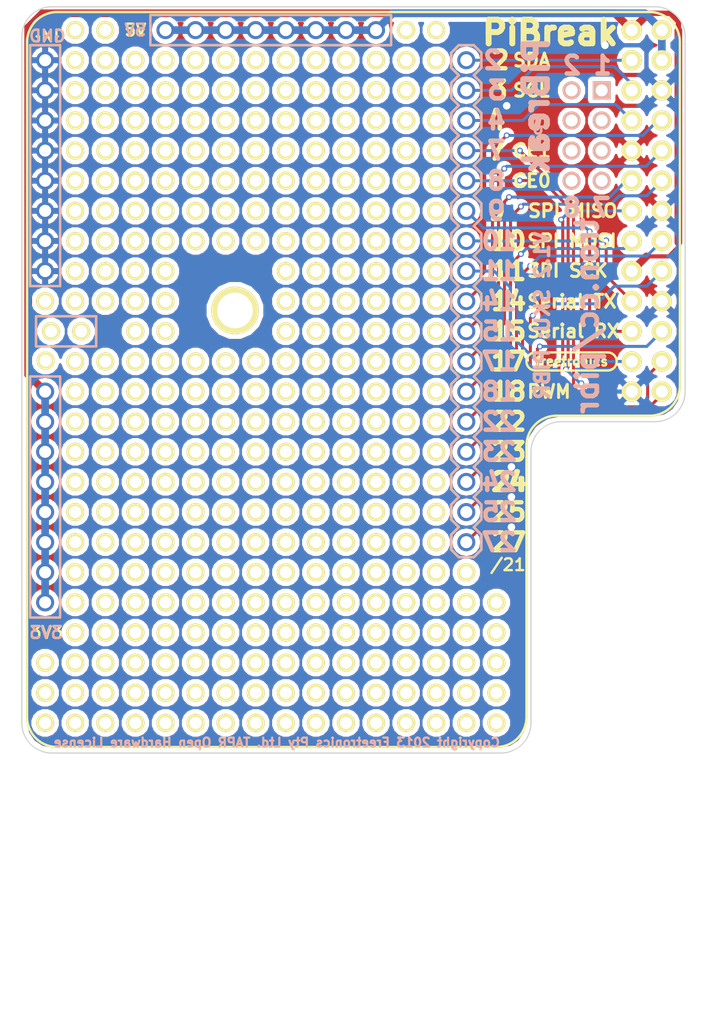
<source format=kicad_pcb>
(kicad_pcb (version 4) (host pcbnew "(2014-11-24 BZR 5301)-product")
  (layers (0 F.Cu signal) (31 B.Cu signal) (34 B.Paste user) (35 F.Paste user) (36 B.SilkS user) (37 F.SilkS user) (38 B.Mask user) (39 F.Mask user) (44 Edge.Cuts user))
  (net 0 "")
  (net 1 +3.3V)
  (net 2 +5V)
  (net 3 /GPIO10_MOSI)
  (net 4 /GPIO11_SCK)
  (net 5 /GPIO14_TXD)
  (net 6 /GPIO15_RXD)
  (net 7 /GPIO17)
  (net 8 /GPIO18_PCM_CLK)
  (net 9 /GPIO22)
  (net 10 /GPIO23)
  (net 11 /GPIO24)
  (net 12 /GPIO25)
  (net 13 /GPIO27)
  (net 14 /GPIO2_SDA)
  (net 15 /GPIO3_SCL)
  (net 16 /GPIO4_GPCLK0)
  (net 17 /GPIO7_CE1)
  (net 18 /GPIO8_CE0)
  (net 19 /GPIO9_MISO)
  (net 20 GND)
  (module pin_array_4x2 (layer B.Cu) (at 260.35 105.41 270)
    (fp_text reference P6 (at 0 3.81 270) (layer B.SilkS) (effects (font (size 1.016 1.016) (thickness 0.2032)) (justify mirror)))
    (fp_text value CONN_4X2 hide)
    (pad 1 thru_hole rect (at -3.81 -1.27 270) (size 1.524 1.524) (drill 1.016) (layers *.Cu *.Mask B.SilkS))
    (pad 2 thru_hole circle (at -3.81 1.27 270) (size 1.524 1.524) (drill 1.016) (layers *.Cu *.Mask B.SilkS))
    (pad 3 thru_hole circle (at -1.27 -1.27 270) (size 1.524 1.524) (drill 1.016) (layers *.Cu *.Mask B.SilkS))
    (pad 4 thru_hole circle (at -1.27 1.27 270) (size 1.524 1.524) (drill 1.016) (layers *.Cu *.Mask B.SilkS))
    (pad 5 thru_hole circle (at 1.27 -1.27 270) (size 1.524 1.524) (drill 1.016) (layers *.Cu *.Mask B.SilkS))
    (pad 6 thru_hole circle (at 1.27 1.27 270) (size 1.524 1.524) (drill 1.016) (layers *.Cu *.Mask B.SilkS))
    (pad 7 thru_hole circle (at 3.81 -1.27 270) (size 1.524 1.524) (drill 1.016) (layers *.Cu *.Mask B.SilkS))
    (pad 8 thru_hole circle (at 3.81 1.27 270) (size 1.524 1.524) (drill 1.016) (layers *.Cu *.Mask B.SilkS))
  )
  (module 1X08 (layer F.Cu) (at 214.63 144.78 90)
    (fp_text reference P4)
    (fp_text value CONN_8)
    (pad 1 thru_hole oval (at 0 0 180) (size 1.524 1.524) (drill 1.016) (layers *.Cu *.Mask) (net 1 +3.3V))
    (pad 2 thru_hole oval (at 2.54 0 180) (size 1.524 1.524) (drill 1.016) (layers *.Cu *.Mask) (net 1 +3.3V))
    (pad 3 thru_hole oval (at 5.08 0 180) (size 1.524 1.524) (drill 1.016) (layers *.Cu *.Mask) (net 1 +3.3V))
    (pad 4 thru_hole oval (at 7.62 0 180) (size 1.524 1.524) (drill 1.016) (layers *.Cu *.Mask) (net 1 +3.3V))
    (pad 5 thru_hole oval (at 10.16 0 180) (size 1.524 1.524) (drill 1.016) (layers *.Cu *.Mask) (net 1 +3.3V))
    (pad 6 thru_hole oval (at 12.7 0 180) (size 1.524 1.524) (drill 1.016) (layers *.Cu *.Mask) (net 1 +3.3V))
    (pad 7 thru_hole oval (at 15.24 0 180) (size 1.524 1.524) (drill 1.016) (layers *.Cu *.Mask) (net 1 +3.3V))
    (pad 8 thru_hole oval (at 17.78 0 180) (size 1.524 1.524) (drill 1.016) (layers *.Cu *.Mask) (net 1 +3.3V))
  )
  (module 1X08 (layer F.Cu) (at 214.63 116.84 90)
    (fp_text reference P5)
    (fp_text value CONN_8)
    (pad 1 thru_hole oval (at 0 0 180) (size 1.524 1.524) (drill 1.016) (layers *.Cu *.Mask) (net 20 GND))
    (pad 2 thru_hole oval (at 2.54 0 180) (size 1.524 1.524) (drill 1.016) (layers *.Cu *.Mask) (net 20 GND))
    (pad 3 thru_hole oval (at 5.08 0 180) (size 1.524 1.524) (drill 1.016) (layers *.Cu *.Mask) (net 20 GND))
    (pad 4 thru_hole oval (at 7.62 0 180) (size 1.524 1.524) (drill 1.016) (layers *.Cu *.Mask) (net 20 GND))
    (pad 5 thru_hole oval (at 10.16 0 180) (size 1.524 1.524) (drill 1.016) (layers *.Cu *.Mask) (net 20 GND))
    (pad 6 thru_hole oval (at 12.7 0 180) (size 1.524 1.524) (drill 1.016) (layers *.Cu *.Mask) (net 20 GND))
    (pad 7 thru_hole oval (at 15.24 0 180) (size 1.524 1.524) (drill 1.016) (layers *.Cu *.Mask) (net 20 GND))
    (pad 8 thru_hole oval (at 17.78 0 180) (size 1.524 1.524) (drill 1.016) (layers *.Cu *.Mask) (net 20 GND))
  )
  (module 1X08 (layer F.Cu) (at 224.79 96.52)
    (fp_text reference P3)
    (fp_text value CONN_8)
    (pad 1 thru_hole oval (at 0 0 90) (size 1.524 1.524) (drill 1.016) (layers *.Cu *.Mask) (net 2 +5V))
    (pad 2 thru_hole oval (at 2.54 0 90) (size 1.524 1.524) (drill 1.016) (layers *.Cu *.Mask) (net 2 +5V))
    (pad 3 thru_hole oval (at 5.08 0 90) (size 1.524 1.524) (drill 1.016) (layers *.Cu *.Mask) (net 2 +5V))
    (pad 4 thru_hole oval (at 7.62 0 90) (size 1.524 1.524) (drill 1.016) (layers *.Cu *.Mask) (net 2 +5V))
    (pad 5 thru_hole oval (at 10.16 0 90) (size 1.524 1.524) (drill 1.016) (layers *.Cu *.Mask) (net 2 +5V))
    (pad 6 thru_hole oval (at 12.7 0 90) (size 1.524 1.524) (drill 1.016) (layers *.Cu *.Mask) (net 2 +5V))
    (pad 7 thru_hole oval (at 15.24 0 90) (size 1.524 1.524) (drill 1.016) (layers *.Cu *.Mask) (net 2 +5V))
    (pad 8 thru_hole oval (at 17.78 0 90) (size 1.524 1.524) (drill 1.016) (layers *.Cu *.Mask) (net 2 +5V))
  )
  (module 1pin_prototyping (layer F.Cu) (at 214.67 124.39)
    (fp_text reference 1pin_prototyping hide)
    (fp_text value val** hide)
    (pad 1 thru_hole circle (at 0 0) (size 1.524 1.524) (drill 1.016) (layers *.Cu *.Mask F.SilkS))
  )
  (module 1pin_prototyping (layer F.Cu) (at 214.63 119.38)
    (fp_text reference 1pin_prototyping hide)
    (fp_text value val** hide)
    (pad 1 thru_hole circle (at 0 0) (size 1.524 1.524) (drill 1.016) (layers *.Cu *.Mask F.SilkS))
  )
  (module 1pin_prototyping (layer F.Cu) (at 217.67 121.92)
    (fp_text reference 1pin_prototyping hide)
    (fp_text value val** hide)
    (pad 1 thru_hole circle (at 0 0) (size 1.524 1.524) (drill 1.016) (layers *.Cu *.Mask F.SilkS))
  )
  (module 1pin_prototyping (layer F.Cu) (at 227.33 152.4)
    (fp_text reference 1pin_prototyping hide)
    (fp_text value val** hide)
    (pad 1 thru_hole circle (at 0 0) (size 1.524 1.524) (drill 1.016) (layers *.Cu *.Mask F.SilkS))
  )
  (module 1pin_prototyping (layer F.Cu) (at 224.79 152.4)
    (fp_text reference 1pin_prototyping hide)
    (fp_text value val** hide)
    (pad 1 thru_hole circle (at 0 0) (size 1.524 1.524) (drill 1.016) (layers *.Cu *.Mask F.SilkS))
  )
  (module 1pin_prototyping (layer F.Cu) (at 222.25 152.4)
    (fp_text reference 1pin_prototyping hide)
    (fp_text value val** hide)
    (pad 1 thru_hole circle (at 0 0) (size 1.524 1.524) (drill 1.016) (layers *.Cu *.Mask F.SilkS))
  )
  (module 1pin_prototyping (layer F.Cu) (at 219.71 152.4)
    (fp_text reference 1pin_prototyping hide)
    (fp_text value val** hide)
    (pad 1 thru_hole circle (at 0 0) (size 1.524 1.524) (drill 1.016) (layers *.Cu *.Mask F.SilkS))
  )
  (module 1pin_prototyping (layer F.Cu) (at 219.71 154.94)
    (fp_text reference 1pin_prototyping hide)
    (fp_text value val** hide)
    (pad 1 thru_hole circle (at 0 0) (size 1.524 1.524) (drill 1.016) (layers *.Cu *.Mask F.SilkS))
  )
  (module 1pin_prototyping (layer F.Cu) (at 222.25 154.94)
    (fp_text reference 1pin_prototyping hide)
    (fp_text value val** hide)
    (pad 1 thru_hole circle (at 0 0) (size 1.524 1.524) (drill 1.016) (layers *.Cu *.Mask F.SilkS))
  )
  (module 1pin_prototyping (layer F.Cu) (at 224.79 154.94)
    (fp_text reference 1pin_prototyping hide)
    (fp_text value val** hide)
    (pad 1 thru_hole circle (at 0 0) (size 1.524 1.524) (drill 1.016) (layers *.Cu *.Mask F.SilkS))
  )
  (module 1pin_prototyping (layer F.Cu) (at 227.33 154.94)
    (fp_text reference 1pin_prototyping hide)
    (fp_text value val** hide)
    (pad 1 thru_hole circle (at 0 0) (size 1.524 1.524) (drill 1.016) (layers *.Cu *.Mask F.SilkS))
  )
  (module 1pin_prototyping (layer F.Cu) (at 247.65 152.4)
    (fp_text reference 1pin_prototyping hide)
    (fp_text value val** hide)
    (pad 1 thru_hole circle (at 0 0) (size 1.524 1.524) (drill 1.016) (layers *.Cu *.Mask F.SilkS))
  )
  (module 1pin_prototyping (layer F.Cu) (at 245.11 152.4)
    (fp_text reference 1pin_prototyping hide)
    (fp_text value val** hide)
    (pad 1 thru_hole circle (at 0 0) (size 1.524 1.524) (drill 1.016) (layers *.Cu *.Mask F.SilkS))
  )
  (module 1pin_prototyping (layer F.Cu) (at 242.57 152.4)
    (fp_text reference 1pin_prototyping hide)
    (fp_text value val** hide)
    (pad 1 thru_hole circle (at 0 0) (size 1.524 1.524) (drill 1.016) (layers *.Cu *.Mask F.SilkS))
  )
  (module 1pin_prototyping (layer F.Cu) (at 240.03 152.4)
    (fp_text reference 1pin_prototyping hide)
    (fp_text value val** hide)
    (pad 1 thru_hole circle (at 0 0) (size 1.524 1.524) (drill 1.016) (layers *.Cu *.Mask F.SilkS))
  )
  (module 1pin_prototyping (layer F.Cu) (at 240.03 154.94)
    (fp_text reference 1pin_prototyping hide)
    (fp_text value val** hide)
    (pad 1 thru_hole circle (at 0 0) (size 1.524 1.524) (drill 1.016) (layers *.Cu *.Mask F.SilkS))
  )
  (module 1pin_prototyping (layer F.Cu) (at 242.57 154.94)
    (fp_text reference 1pin_prototyping hide)
    (fp_text value val** hide)
    (pad 1 thru_hole circle (at 0 0) (size 1.524 1.524) (drill 1.016) (layers *.Cu *.Mask F.SilkS))
  )
  (module 1pin_prototyping (layer F.Cu) (at 245.11 154.94)
    (fp_text reference 1pin_prototyping hide)
    (fp_text value val** hide)
    (pad 1 thru_hole circle (at 0 0) (size 1.524 1.524) (drill 1.016) (layers *.Cu *.Mask F.SilkS))
  )
  (module 1pin_prototyping (layer F.Cu) (at 247.65 154.94)
    (fp_text reference 1pin_prototyping hide)
    (fp_text value val** hide)
    (pad 1 thru_hole circle (at 0 0) (size 1.524 1.524) (drill 1.016) (layers *.Cu *.Mask F.SilkS))
  )
  (module 1pin_prototyping (layer F.Cu) (at 237.49 154.94)
    (fp_text reference 1pin_prototyping hide)
    (fp_text value val** hide)
    (pad 1 thru_hole circle (at 0 0) (size 1.524 1.524) (drill 1.016) (layers *.Cu *.Mask F.SilkS))
  )
  (module 1pin_prototyping (layer F.Cu) (at 234.95 154.94)
    (fp_text reference 1pin_prototyping hide)
    (fp_text value val** hide)
    (pad 1 thru_hole circle (at 0 0) (size 1.524 1.524) (drill 1.016) (layers *.Cu *.Mask F.SilkS))
  )
  (module 1pin_prototyping (layer F.Cu) (at 232.41 154.94)
    (fp_text reference 1pin_prototyping hide)
    (fp_text value val** hide)
    (pad 1 thru_hole circle (at 0 0) (size 1.524 1.524) (drill 1.016) (layers *.Cu *.Mask F.SilkS))
  )
  (module 1pin_prototyping (layer F.Cu) (at 229.87 154.94)
    (fp_text reference 1pin_prototyping hide)
    (fp_text value val** hide)
    (pad 1 thru_hole circle (at 0 0) (size 1.524 1.524) (drill 1.016) (layers *.Cu *.Mask F.SilkS))
  )
  (module 1pin_prototyping (layer F.Cu) (at 229.87 152.4)
    (fp_text reference 1pin_prototyping hide)
    (fp_text value val** hide)
    (pad 1 thru_hole circle (at 0 0) (size 1.524 1.524) (drill 1.016) (layers *.Cu *.Mask F.SilkS))
  )
  (module 1pin_prototyping (layer F.Cu) (at 232.41 152.4)
    (fp_text reference 1pin_prototyping hide)
    (fp_text value val** hide)
    (pad 1 thru_hole circle (at 0 0) (size 1.524 1.524) (drill 1.016) (layers *.Cu *.Mask F.SilkS))
  )
  (module 1pin_prototyping (layer F.Cu) (at 234.95 152.4)
    (fp_text reference 1pin_prototyping hide)
    (fp_text value val** hide)
    (pad 1 thru_hole circle (at 0 0) (size 1.524 1.524) (drill 1.016) (layers *.Cu *.Mask F.SilkS))
  )
  (module 1pin_prototyping (layer F.Cu) (at 237.49 152.4)
    (fp_text reference 1pin_prototyping hide)
    (fp_text value val** hide)
    (pad 1 thru_hole circle (at 0 0) (size 1.524 1.524) (drill 1.016) (layers *.Cu *.Mask F.SilkS))
  )
  (module 1pin_prototyping (layer F.Cu) (at 252.73 154.94)
    (fp_text reference 1pin_prototyping hide)
    (fp_text value val** hide)
    (pad 1 thru_hole circle (at 0 0) (size 1.524 1.524) (drill 1.016) (layers *.Cu *.Mask F.SilkS))
  )
  (module 1pin_prototyping (layer F.Cu) (at 250.19 154.94)
    (fp_text reference 1pin_prototyping hide)
    (fp_text value val** hide)
    (pad 1 thru_hole circle (at 0 0) (size 1.524 1.524) (drill 1.016) (layers *.Cu *.Mask F.SilkS))
  )
  (module 1pin_prototyping (layer F.Cu) (at 250.19 152.4)
    (fp_text reference 1pin_prototyping hide)
    (fp_text value val** hide)
    (pad 1 thru_hole circle (at 0 0) (size 1.524 1.524) (drill 1.016) (layers *.Cu *.Mask F.SilkS))
  )
  (module 1pin_prototyping (layer F.Cu) (at 252.73 152.4)
    (fp_text reference 1pin_prototyping hide)
    (fp_text value val** hide)
    (pad 1 thru_hole circle (at 0 0) (size 1.524 1.524) (drill 1.016) (layers *.Cu *.Mask F.SilkS))
  )
  (module 1pin_prototyping (layer F.Cu) (at 217.17 154.94)
    (fp_text reference 1pin_prototyping hide)
    (fp_text value val** hide)
    (pad 1 thru_hole circle (at 0 0) (size 1.524 1.524) (drill 1.016) (layers *.Cu *.Mask F.SilkS))
  )
  (module 1pin_prototyping (layer F.Cu) (at 214.63 154.94)
    (fp_text reference 1pin_prototyping hide)
    (fp_text value val** hide)
    (pad 1 thru_hole circle (at 0 0) (size 1.524 1.524) (drill 1.016) (layers *.Cu *.Mask F.SilkS))
  )
  (module 1pin_prototyping (layer F.Cu) (at 214.63 152.4)
    (fp_text reference 1pin_prototyping hide)
    (fp_text value val** hide)
    (pad 1 thru_hole circle (at 0 0) (size 1.524 1.524) (drill 1.016) (layers *.Cu *.Mask F.SilkS))
  )
  (module 1pin_prototyping (layer F.Cu) (at 217.17 152.4)
    (fp_text reference 1pin_prototyping hide)
    (fp_text value val** hide)
    (pad 1 thru_hole circle (at 0 0) (size 1.524 1.524) (drill 1.016) (layers *.Cu *.Mask F.SilkS))
  )
  (module 1pin_prototyping (layer F.Cu) (at 217.17 106.68)
    (fp_text reference 1pin_prototyping hide)
    (fp_text value val** hide)
    (pad 1 thru_hole circle (at 0 0) (size 1.524 1.524) (drill 1.016) (layers *.Cu *.Mask F.SilkS))
  )
  (module 1pin_prototyping (layer F.Cu) (at 217.17 104.14)
    (fp_text reference 1pin_prototyping hide)
    (fp_text value val** hide)
    (pad 1 thru_hole circle (at 0 0) (size 1.524 1.524) (drill 1.016) (layers *.Cu *.Mask F.SilkS))
  )
  (module 1pin_prototyping (layer F.Cu) (at 217.17 99.06)
    (fp_text reference 1pin_prototyping hide)
    (fp_text value val** hide)
    (pad 1 thru_hole circle (at 0 0) (size 1.524 1.524) (drill 1.016) (layers *.Cu *.Mask F.SilkS))
  )
  (module 1pin_prototyping (layer F.Cu) (at 217.17 101.6)
    (fp_text reference 1pin_prototyping hide)
    (fp_text value val** hide)
    (pad 1 thru_hole circle (at 0 0) (size 1.524 1.524) (drill 1.016) (layers *.Cu *.Mask F.SilkS))
  )
  (module 1pin_prototyping (layer F.Cu) (at 217.17 96.52)
    (fp_text reference 1pin_prototyping hide)
    (fp_text value val** hide)
    (pad 1 thru_hole circle (at 0 0) (size 1.524 1.524) (drill 1.016) (layers *.Cu *.Mask F.SilkS))
  )
  (module 1pin_prototyping (layer F.Cu) (at 217.17 111.76)
    (fp_text reference 1pin_prototyping hide)
    (fp_text value val** hide)
    (pad 1 thru_hole circle (at 0 0) (size 1.524 1.524) (drill 1.016) (layers *.Cu *.Mask F.SilkS))
  )
  (module 1pin_prototyping (layer F.Cu) (at 217.17 109.22)
    (fp_text reference 1pin_prototyping hide)
    (fp_text value val** hide)
    (pad 1 thru_hole circle (at 0 0) (size 1.524 1.524) (drill 1.016) (layers *.Cu *.Mask F.SilkS))
  )
  (module 1pin_prototyping (layer F.Cu) (at 217.17 114.3)
    (fp_text reference 1pin_prototyping hide)
    (fp_text value val** hide)
    (pad 1 thru_hole circle (at 0 0) (size 1.524 1.524) (drill 1.016) (layers *.Cu *.Mask F.SilkS))
  )
  (module 1pin_prototyping (layer F.Cu) (at 217.17 116.84)
    (fp_text reference 1pin_prototyping hide)
    (fp_text value val** hide)
    (pad 1 thru_hole circle (at 0 0) (size 1.524 1.524) (drill 1.016) (layers *.Cu *.Mask F.SilkS))
  )
  (module 1pin_prototyping (layer F.Cu) (at 217.17 132.08)
    (fp_text reference 1pin_prototyping hide)
    (fp_text value val** hide)
    (pad 1 thru_hole circle (at 0 0) (size 1.524 1.524) (drill 1.016) (layers *.Cu *.Mask F.SilkS))
  )
  (module 1pin_prototyping (layer F.Cu) (at 217.17 129.54)
    (fp_text reference 1pin_prototyping hide)
    (fp_text value val** hide)
    (pad 1 thru_hole circle (at 0 0) (size 1.524 1.524) (drill 1.016) (layers *.Cu *.Mask F.SilkS))
  )
  (module 1pin_prototyping (layer F.Cu) (at 217.17 124.46)
    (fp_text reference 1pin_prototyping hide)
    (fp_text value val** hide)
    (pad 1 thru_hole circle (at 0 0) (size 1.524 1.524) (drill 1.016) (layers *.Cu *.Mask F.SilkS))
  )
  (module 1pin_prototyping (layer F.Cu) (at 217.17 127)
    (fp_text reference 1pin_prototyping hide)
    (fp_text value val** hide)
    (pad 1 thru_hole circle (at 0 0) (size 1.524 1.524) (drill 1.016) (layers *.Cu *.Mask F.SilkS))
  )
  (module 1pin_prototyping (layer F.Cu) (at 217.17 119.38)
    (fp_text reference 1pin_prototyping hide)
    (fp_text value val** hide)
    (pad 1 thru_hole circle (at 0 0) (size 1.524 1.524) (drill 1.016) (layers *.Cu *.Mask F.SilkS))
  )
  (module 1pin_prototyping (layer F.Cu) (at 215.13 121.92)
    (fp_text reference 1pin_prototyping hide)
    (fp_text value val** hide)
    (pad 1 thru_hole circle (at 0 0) (size 1.524 1.524) (drill 1.016) (layers *.Cu *.Mask F.SilkS))
  )
  (module 1pin_prototyping (layer F.Cu) (at 217.17 139.7)
    (fp_text reference 1pin_prototyping hide)
    (fp_text value val** hide)
    (pad 1 thru_hole circle (at 0 0) (size 1.524 1.524) (drill 1.016) (layers *.Cu *.Mask F.SilkS))
  )
  (module 1pin_prototyping (layer F.Cu) (at 217.17 137.16)
    (fp_text reference 1pin_prototyping hide)
    (fp_text value val** hide)
    (pad 1 thru_hole circle (at 0 0) (size 1.524 1.524) (drill 1.016) (layers *.Cu *.Mask F.SilkS))
  )
  (module 1pin_prototyping (layer F.Cu) (at 217.17 134.62)
    (fp_text reference 1pin_prototyping hide)
    (fp_text value val** hide)
    (pad 1 thru_hole circle (at 0 0) (size 1.524 1.524) (drill 1.016) (layers *.Cu *.Mask F.SilkS))
  )
  (module 1pin_prototyping (layer F.Cu) (at 217.17 144.78)
    (fp_text reference 1pin_prototyping hide)
    (fp_text value val** hide)
    (pad 1 thru_hole circle (at 0 0) (size 1.524 1.524) (drill 1.016) (layers *.Cu *.Mask F.SilkS))
  )
  (module 1pin_prototyping (layer F.Cu) (at 217.17 142.24)
    (fp_text reference 1pin_prototyping hide)
    (fp_text value val** hide)
    (pad 1 thru_hole circle (at 0 0) (size 1.524 1.524) (drill 1.016) (layers *.Cu *.Mask F.SilkS))
  )
  (module 1pin_prototyping (layer F.Cu) (at 217.17 147.32)
    (fp_text reference 1pin_prototyping hide)
    (fp_text value val** hide)
    (pad 1 thru_hole circle (at 0 0) (size 1.524 1.524) (drill 1.016) (layers *.Cu *.Mask F.SilkS))
  )
  (module 1pin_prototyping (layer F.Cu) (at 214.63 149.86)
    (fp_text reference 1pin_prototyping hide)
    (fp_text value val** hide)
    (pad 1 thru_hole circle (at 0 0) (size 1.524 1.524) (drill 1.016) (layers *.Cu *.Mask F.SilkS))
  )
  (module 1pin_prototyping (layer F.Cu) (at 217.17 149.86)
    (fp_text reference 1pin_prototyping hide)
    (fp_text value val** hide)
    (pad 1 thru_hole circle (at 0 0) (size 1.524 1.524) (drill 1.016) (layers *.Cu *.Mask F.SilkS))
  )
  (module 1pin_prototyping (layer F.Cu) (at 252.73 144.78)
    (fp_text reference 1pin_prototyping hide)
    (fp_text value val** hide)
    (pad 1 thru_hole circle (at 0 0) (size 1.524 1.524) (drill 1.016) (layers *.Cu *.Mask F.SilkS))
  )
  (module 1pin_prototyping (layer F.Cu) (at 250.19 144.78)
    (fp_text reference 1pin_prototyping hide)
    (fp_text value val** hide)
    (pad 1 thru_hole circle (at 0 0) (size 1.524 1.524) (drill 1.016) (layers *.Cu *.Mask F.SilkS))
  )
  (module 1pin_prototyping (layer F.Cu) (at 250.19 142.24)
    (fp_text reference 1pin_prototyping hide)
    (fp_text value val** hide)
    (pad 1 thru_hole circle (at 0 0) (size 1.524 1.524) (drill 1.016) (layers *.Cu *.Mask F.SilkS))
  )
  (module 1pin_prototyping (layer F.Cu) (at 252.73 147.32)
    (fp_text reference 1pin_prototyping hide)
    (fp_text value val** hide)
    (pad 1 thru_hole circle (at 0 0) (size 1.524 1.524) (drill 1.016) (layers *.Cu *.Mask F.SilkS))
  )
  (module 1pin_prototyping (layer F.Cu) (at 250.19 147.32)
    (fp_text reference 1pin_prototyping hide)
    (fp_text value val** hide)
    (pad 1 thru_hole circle (at 0 0) (size 1.524 1.524) (drill 1.016) (layers *.Cu *.Mask F.SilkS))
  )
  (module 1pin_prototyping (layer F.Cu) (at 250.19 149.86)
    (fp_text reference 1pin_prototyping hide)
    (fp_text value val** hide)
    (pad 1 thru_hole circle (at 0 0) (size 1.524 1.524) (drill 1.016) (layers *.Cu *.Mask F.SilkS))
  )
  (module 1pin_prototyping (layer F.Cu) (at 252.73 149.86)
    (fp_text reference 1pin_prototyping hide)
    (fp_text value val** hide)
    (pad 1 thru_hole circle (at 0 0) (size 1.524 1.524) (drill 1.016) (layers *.Cu *.Mask F.SilkS))
  )
  (module 1pin_prototyping (layer F.Cu) (at 219.71 134.62)
    (fp_text reference 1pin_prototyping hide)
    (fp_text value val** hide)
    (pad 1 thru_hole circle (at 0 0) (size 1.524 1.524) (drill 1.016) (layers *.Cu *.Mask F.SilkS))
  )
  (module 1pin_prototyping (layer F.Cu) (at 222.25 134.62)
    (fp_text reference 1pin_prototyping hide)
    (fp_text value val** hide)
    (pad 1 thru_hole circle (at 0 0) (size 1.524 1.524) (drill 1.016) (layers *.Cu *.Mask F.SilkS))
  )
  (module 1pin_prototyping (layer F.Cu) (at 224.79 134.62)
    (fp_text reference 1pin_prototyping hide)
    (fp_text value val** hide)
    (pad 1 thru_hole circle (at 0 0) (size 1.524 1.524) (drill 1.016) (layers *.Cu *.Mask F.SilkS))
  )
  (module 1pin_prototyping (layer F.Cu) (at 227.33 134.62)
    (fp_text reference 1pin_prototyping hide)
    (fp_text value val** hide)
    (pad 1 thru_hole circle (at 0 0) (size 1.524 1.524) (drill 1.016) (layers *.Cu *.Mask F.SilkS))
  )
  (module 1pin_prototyping (layer F.Cu) (at 240.03 134.62)
    (fp_text reference 1pin_prototyping hide)
    (fp_text value val** hide)
    (pad 1 thru_hole circle (at 0 0) (size 1.524 1.524) (drill 1.016) (layers *.Cu *.Mask F.SilkS))
  )
  (module 1pin_prototyping (layer F.Cu) (at 242.57 134.62)
    (fp_text reference 1pin_prototyping hide)
    (fp_text value val** hide)
    (pad 1 thru_hole circle (at 0 0) (size 1.524 1.524) (drill 1.016) (layers *.Cu *.Mask F.SilkS))
  )
  (module 1pin_prototyping (layer F.Cu) (at 245.11 134.62)
    (fp_text reference 1pin_prototyping hide)
    (fp_text value val** hide)
    (pad 1 thru_hole circle (at 0 0) (size 1.524 1.524) (drill 1.016) (layers *.Cu *.Mask F.SilkS))
  )
  (module 1pin_prototyping (layer F.Cu) (at 247.65 134.62)
    (fp_text reference 1pin_prototyping hide)
    (fp_text value val** hide)
    (pad 1 thru_hole circle (at 0 0) (size 1.524 1.524) (drill 1.016) (layers *.Cu *.Mask F.SilkS))
  )
  (module 1pin_prototyping (layer F.Cu) (at 237.49 134.62)
    (fp_text reference 1pin_prototyping hide)
    (fp_text value val** hide)
    (pad 1 thru_hole circle (at 0 0) (size 1.524 1.524) (drill 1.016) (layers *.Cu *.Mask F.SilkS))
  )
  (module 1pin_prototyping (layer F.Cu) (at 234.95 134.62)
    (fp_text reference 1pin_prototyping hide)
    (fp_text value val** hide)
    (pad 1 thru_hole circle (at 0 0) (size 1.524 1.524) (drill 1.016) (layers *.Cu *.Mask F.SilkS))
  )
  (module 1pin_prototyping (layer F.Cu) (at 232.41 134.62)
    (fp_text reference 1pin_prototyping hide)
    (fp_text value val** hide)
    (pad 1 thru_hole circle (at 0 0) (size 1.524 1.524) (drill 1.016) (layers *.Cu *.Mask F.SilkS))
  )
  (module 1pin_prototyping (layer F.Cu) (at 229.87 134.62)
    (fp_text reference 1pin_prototyping hide)
    (fp_text value val** hide)
    (pad 1 thru_hole circle (at 0 0) (size 1.524 1.524) (drill 1.016) (layers *.Cu *.Mask F.SilkS))
  )
  (module 1pin_prototyping (layer F.Cu) (at 237.49 144.78)
    (fp_text reference 1pin_prototyping hide)
    (fp_text value val** hide)
    (pad 1 thru_hole circle (at 0 0) (size 1.524 1.524) (drill 1.016) (layers *.Cu *.Mask F.SilkS))
  )
  (module 1pin_prototyping (layer F.Cu) (at 234.95 144.78)
    (fp_text reference 1pin_prototyping hide)
    (fp_text value val** hide)
    (pad 1 thru_hole circle (at 0 0) (size 1.524 1.524) (drill 1.016) (layers *.Cu *.Mask F.SilkS))
  )
  (module 1pin_prototyping (layer F.Cu) (at 232.41 144.78)
    (fp_text reference 1pin_prototyping hide)
    (fp_text value val** hide)
    (pad 1 thru_hole circle (at 0 0) (size 1.524 1.524) (drill 1.016) (layers *.Cu *.Mask F.SilkS))
  )
  (module 1pin_prototyping (layer F.Cu) (at 229.87 144.78)
    (fp_text reference 1pin_prototyping hide)
    (fp_text value val** hide)
    (pad 1 thru_hole circle (at 0 0) (size 1.524 1.524) (drill 1.016) (layers *.Cu *.Mask F.SilkS))
  )
  (module 1pin_prototyping (layer F.Cu) (at 229.87 142.24)
    (fp_text reference 1pin_prototyping hide)
    (fp_text value val** hide)
    (pad 1 thru_hole circle (at 0 0) (size 1.524 1.524) (drill 1.016) (layers *.Cu *.Mask F.SilkS))
  )
  (module 1pin_prototyping (layer F.Cu) (at 232.41 142.24)
    (fp_text reference 1pin_prototyping hide)
    (fp_text value val** hide)
    (pad 1 thru_hole circle (at 0 0) (size 1.524 1.524) (drill 1.016) (layers *.Cu *.Mask F.SilkS))
  )
  (module 1pin_prototyping (layer F.Cu) (at 234.95 142.24)
    (fp_text reference 1pin_prototyping hide)
    (fp_text value val** hide)
    (pad 1 thru_hole circle (at 0 0) (size 1.524 1.524) (drill 1.016) (layers *.Cu *.Mask F.SilkS))
  )
  (module 1pin_prototyping (layer F.Cu) (at 237.49 142.24)
    (fp_text reference 1pin_prototyping hide)
    (fp_text value val** hide)
    (pad 1 thru_hole circle (at 0 0) (size 1.524 1.524) (drill 1.016) (layers *.Cu *.Mask F.SilkS))
  )
  (module 1pin_prototyping (layer F.Cu) (at 237.49 147.32)
    (fp_text reference 1pin_prototyping hide)
    (fp_text value val** hide)
    (pad 1 thru_hole circle (at 0 0) (size 1.524 1.524) (drill 1.016) (layers *.Cu *.Mask F.SilkS))
  )
  (module 1pin_prototyping (layer F.Cu) (at 234.95 147.32)
    (fp_text reference 1pin_prototyping hide)
    (fp_text value val** hide)
    (pad 1 thru_hole circle (at 0 0) (size 1.524 1.524) (drill 1.016) (layers *.Cu *.Mask F.SilkS))
  )
  (module 1pin_prototyping (layer F.Cu) (at 232.41 147.32)
    (fp_text reference 1pin_prototyping hide)
    (fp_text value val** hide)
    (pad 1 thru_hole circle (at 0 0) (size 1.524 1.524) (drill 1.016) (layers *.Cu *.Mask F.SilkS))
  )
  (module 1pin_prototyping (layer F.Cu) (at 229.87 147.32)
    (fp_text reference 1pin_prototyping hide)
    (fp_text value val** hide)
    (pad 1 thru_hole circle (at 0 0) (size 1.524 1.524) (drill 1.016) (layers *.Cu *.Mask F.SilkS))
  )
  (module 1pin_prototyping (layer F.Cu) (at 229.87 149.86)
    (fp_text reference 1pin_prototyping hide)
    (fp_text value val** hide)
    (pad 1 thru_hole circle (at 0 0) (size 1.524 1.524) (drill 1.016) (layers *.Cu *.Mask F.SilkS))
  )
  (module 1pin_prototyping (layer F.Cu) (at 232.41 149.86)
    (fp_text reference 1pin_prototyping hide)
    (fp_text value val** hide)
    (pad 1 thru_hole circle (at 0 0) (size 1.524 1.524) (drill 1.016) (layers *.Cu *.Mask F.SilkS))
  )
  (module 1pin_prototyping (layer F.Cu) (at 234.95 149.86)
    (fp_text reference 1pin_prototyping hide)
    (fp_text value val** hide)
    (pad 1 thru_hole circle (at 0 0) (size 1.524 1.524) (drill 1.016) (layers *.Cu *.Mask F.SilkS))
  )
  (module 1pin_prototyping (layer F.Cu) (at 237.49 149.86)
    (fp_text reference 1pin_prototyping hide)
    (fp_text value val** hide)
    (pad 1 thru_hole circle (at 0 0) (size 1.524 1.524) (drill 1.016) (layers *.Cu *.Mask F.SilkS))
  )
  (module 1pin_prototyping (layer F.Cu) (at 247.65 149.86)
    (fp_text reference 1pin_prototyping hide)
    (fp_text value val** hide)
    (pad 1 thru_hole circle (at 0 0) (size 1.524 1.524) (drill 1.016) (layers *.Cu *.Mask F.SilkS))
  )
  (module 1pin_prototyping (layer F.Cu) (at 245.11 149.86)
    (fp_text reference 1pin_prototyping hide)
    (fp_text value val** hide)
    (pad 1 thru_hole circle (at 0 0) (size 1.524 1.524) (drill 1.016) (layers *.Cu *.Mask F.SilkS))
  )
  (module 1pin_prototyping (layer F.Cu) (at 242.57 149.86)
    (fp_text reference 1pin_prototyping hide)
    (fp_text value val** hide)
    (pad 1 thru_hole circle (at 0 0) (size 1.524 1.524) (drill 1.016) (layers *.Cu *.Mask F.SilkS))
  )
  (module 1pin_prototyping (layer F.Cu) (at 240.03 149.86)
    (fp_text reference 1pin_prototyping hide)
    (fp_text value val** hide)
    (pad 1 thru_hole circle (at 0 0) (size 1.524 1.524) (drill 1.016) (layers *.Cu *.Mask F.SilkS))
  )
  (module 1pin_prototyping (layer F.Cu) (at 240.03 147.32)
    (fp_text reference 1pin_prototyping hide)
    (fp_text value val** hide)
    (pad 1 thru_hole circle (at 0 0) (size 1.524 1.524) (drill 1.016) (layers *.Cu *.Mask F.SilkS))
  )
  (module 1pin_prototyping (layer F.Cu) (at 242.57 147.32)
    (fp_text reference 1pin_prototyping hide)
    (fp_text value val** hide)
    (pad 1 thru_hole circle (at 0 0) (size 1.524 1.524) (drill 1.016) (layers *.Cu *.Mask F.SilkS))
  )
  (module 1pin_prototyping (layer F.Cu) (at 245.11 147.32)
    (fp_text reference 1pin_prototyping hide)
    (fp_text value val** hide)
    (pad 1 thru_hole circle (at 0 0) (size 1.524 1.524) (drill 1.016) (layers *.Cu *.Mask F.SilkS))
  )
  (module 1pin_prototyping (layer F.Cu) (at 247.65 147.32)
    (fp_text reference 1pin_prototyping hide)
    (fp_text value val** hide)
    (pad 1 thru_hole circle (at 0 0) (size 1.524 1.524) (drill 1.016) (layers *.Cu *.Mask F.SilkS))
  )
  (module 1pin_prototyping (layer F.Cu) (at 247.65 142.24)
    (fp_text reference 1pin_prototyping hide)
    (fp_text value val** hide)
    (pad 1 thru_hole circle (at 0 0) (size 1.524 1.524) (drill 1.016) (layers *.Cu *.Mask F.SilkS))
  )
  (module 1pin_prototyping (layer F.Cu) (at 245.11 142.24)
    (fp_text reference 1pin_prototyping hide)
    (fp_text value val** hide)
    (pad 1 thru_hole circle (at 0 0) (size 1.524 1.524) (drill 1.016) (layers *.Cu *.Mask F.SilkS))
  )
  (module 1pin_prototyping (layer F.Cu) (at 242.57 142.24)
    (fp_text reference 1pin_prototyping hide)
    (fp_text value val** hide)
    (pad 1 thru_hole circle (at 0 0) (size 1.524 1.524) (drill 1.016) (layers *.Cu *.Mask F.SilkS))
  )
  (module 1pin_prototyping (layer F.Cu) (at 240.03 142.24)
    (fp_text reference 1pin_prototyping hide)
    (fp_text value val** hide)
    (pad 1 thru_hole circle (at 0 0) (size 1.524 1.524) (drill 1.016) (layers *.Cu *.Mask F.SilkS))
  )
  (module 1pin_prototyping (layer F.Cu) (at 240.03 144.78)
    (fp_text reference 1pin_prototyping hide)
    (fp_text value val** hide)
    (pad 1 thru_hole circle (at 0 0) (size 1.524 1.524) (drill 1.016) (layers *.Cu *.Mask F.SilkS))
  )
  (module 1pin_prototyping (layer F.Cu) (at 242.57 144.78)
    (fp_text reference 1pin_prototyping hide)
    (fp_text value val** hide)
    (pad 1 thru_hole circle (at 0 0) (size 1.524 1.524) (drill 1.016) (layers *.Cu *.Mask F.SilkS))
  )
  (module 1pin_prototyping (layer F.Cu) (at 245.11 144.78)
    (fp_text reference 1pin_prototyping hide)
    (fp_text value val** hide)
    (pad 1 thru_hole circle (at 0 0) (size 1.524 1.524) (drill 1.016) (layers *.Cu *.Mask F.SilkS))
  )
  (module 1pin_prototyping (layer F.Cu) (at 247.65 144.78)
    (fp_text reference 1pin_prototyping hide)
    (fp_text value val** hide)
    (pad 1 thru_hole circle (at 0 0) (size 1.524 1.524) (drill 1.016) (layers *.Cu *.Mask F.SilkS))
  )
  (module 1pin_prototyping (layer F.Cu) (at 227.33 149.86)
    (fp_text reference 1pin_prototyping hide)
    (fp_text value val** hide)
    (pad 1 thru_hole circle (at 0 0) (size 1.524 1.524) (drill 1.016) (layers *.Cu *.Mask F.SilkS))
  )
  (module 1pin_prototyping (layer F.Cu) (at 224.79 149.86)
    (fp_text reference 1pin_prototyping hide)
    (fp_text value val** hide)
    (pad 1 thru_hole circle (at 0 0) (size 1.524 1.524) (drill 1.016) (layers *.Cu *.Mask F.SilkS))
  )
  (module 1pin_prototyping (layer F.Cu) (at 222.25 149.86)
    (fp_text reference 1pin_prototyping hide)
    (fp_text value val** hide)
    (pad 1 thru_hole circle (at 0 0) (size 1.524 1.524) (drill 1.016) (layers *.Cu *.Mask F.SilkS))
  )
  (module 1pin_prototyping (layer F.Cu) (at 219.71 149.86)
    (fp_text reference 1pin_prototyping hide)
    (fp_text value val** hide)
    (pad 1 thru_hole circle (at 0 0) (size 1.524 1.524) (drill 1.016) (layers *.Cu *.Mask F.SilkS))
  )
  (module 1pin_prototyping (layer F.Cu) (at 219.71 147.32)
    (fp_text reference 1pin_prototyping hide)
    (fp_text value val** hide)
    (pad 1 thru_hole circle (at 0 0) (size 1.524 1.524) (drill 1.016) (layers *.Cu *.Mask F.SilkS))
  )
  (module 1pin_prototyping (layer F.Cu) (at 222.25 147.32)
    (fp_text reference 1pin_prototyping hide)
    (fp_text value val** hide)
    (pad 1 thru_hole circle (at 0 0) (size 1.524 1.524) (drill 1.016) (layers *.Cu *.Mask F.SilkS))
  )
  (module 1pin_prototyping (layer F.Cu) (at 224.79 147.32)
    (fp_text reference 1pin_prototyping hide)
    (fp_text value val** hide)
    (pad 1 thru_hole circle (at 0 0) (size 1.524 1.524) (drill 1.016) (layers *.Cu *.Mask F.SilkS))
  )
  (module 1pin_prototyping (layer F.Cu) (at 227.33 147.32)
    (fp_text reference 1pin_prototyping hide)
    (fp_text value val** hide)
    (pad 1 thru_hole circle (at 0 0) (size 1.524 1.524) (drill 1.016) (layers *.Cu *.Mask F.SilkS))
  )
  (module 1pin_prototyping (layer F.Cu) (at 227.33 142.24)
    (fp_text reference 1pin_prototyping hide)
    (fp_text value val** hide)
    (pad 1 thru_hole circle (at 0 0) (size 1.524 1.524) (drill 1.016) (layers *.Cu *.Mask F.SilkS))
  )
  (module 1pin_prototyping (layer F.Cu) (at 224.79 142.24)
    (fp_text reference 1pin_prototyping hide)
    (fp_text value val** hide)
    (pad 1 thru_hole circle (at 0 0) (size 1.524 1.524) (drill 1.016) (layers *.Cu *.Mask F.SilkS))
  )
  (module 1pin_prototyping (layer F.Cu) (at 222.25 142.24)
    (fp_text reference 1pin_prototyping hide)
    (fp_text value val** hide)
    (pad 1 thru_hole circle (at 0 0) (size 1.524 1.524) (drill 1.016) (layers *.Cu *.Mask F.SilkS))
  )
  (module 1pin_prototyping (layer F.Cu) (at 219.71 142.24)
    (fp_text reference 1pin_prototyping hide)
    (fp_text value val** hide)
    (pad 1 thru_hole circle (at 0 0) (size 1.524 1.524) (drill 1.016) (layers *.Cu *.Mask F.SilkS))
  )
  (module 1pin_prototyping (layer F.Cu) (at 219.71 144.78)
    (fp_text reference 1pin_prototyping hide)
    (fp_text value val** hide)
    (pad 1 thru_hole circle (at 0 0) (size 1.524 1.524) (drill 1.016) (layers *.Cu *.Mask F.SilkS))
  )
  (module 1pin_prototyping (layer F.Cu) (at 222.25 144.78)
    (fp_text reference 1pin_prototyping hide)
    (fp_text value val** hide)
    (pad 1 thru_hole circle (at 0 0) (size 1.524 1.524) (drill 1.016) (layers *.Cu *.Mask F.SilkS))
  )
  (module 1pin_prototyping (layer F.Cu) (at 224.79 144.78)
    (fp_text reference 1pin_prototyping hide)
    (fp_text value val** hide)
    (pad 1 thru_hole circle (at 0 0) (size 1.524 1.524) (drill 1.016) (layers *.Cu *.Mask F.SilkS))
  )
  (module 1pin_prototyping (layer F.Cu) (at 227.33 144.78)
    (fp_text reference 1pin_prototyping hide)
    (fp_text value val** hide)
    (pad 1 thru_hole circle (at 0 0) (size 1.524 1.524) (drill 1.016) (layers *.Cu *.Mask F.SilkS))
  )
  (module 1pin_prototyping (layer F.Cu) (at 227.33 137.16)
    (fp_text reference 1pin_prototyping hide)
    (fp_text value val** hide)
    (pad 1 thru_hole circle (at 0 0) (size 1.524 1.524) (drill 1.016) (layers *.Cu *.Mask F.SilkS))
  )
  (module 1pin_prototyping (layer F.Cu) (at 224.79 137.16)
    (fp_text reference 1pin_prototyping hide)
    (fp_text value val** hide)
    (pad 1 thru_hole circle (at 0 0) (size 1.524 1.524) (drill 1.016) (layers *.Cu *.Mask F.SilkS))
  )
  (module 1pin_prototyping (layer F.Cu) (at 222.25 137.16)
    (fp_text reference 1pin_prototyping hide)
    (fp_text value val** hide)
    (pad 1 thru_hole circle (at 0 0) (size 1.524 1.524) (drill 1.016) (layers *.Cu *.Mask F.SilkS))
  )
  (module 1pin_prototyping (layer F.Cu) (at 219.71 137.16)
    (fp_text reference 1pin_prototyping hide)
    (fp_text value val** hide)
    (pad 1 thru_hole circle (at 0 0) (size 1.524 1.524) (drill 1.016) (layers *.Cu *.Mask F.SilkS))
  )
  (module 1pin_prototyping (layer F.Cu) (at 219.71 139.7)
    (fp_text reference 1pin_prototyping hide)
    (fp_text value val** hide)
    (pad 1 thru_hole circle (at 0 0) (size 1.524 1.524) (drill 1.016) (layers *.Cu *.Mask F.SilkS))
  )
  (module 1pin_prototyping (layer F.Cu) (at 222.25 139.7)
    (fp_text reference 1pin_prototyping hide)
    (fp_text value val** hide)
    (pad 1 thru_hole circle (at 0 0) (size 1.524 1.524) (drill 1.016) (layers *.Cu *.Mask F.SilkS))
  )
  (module 1pin_prototyping (layer F.Cu) (at 224.79 139.7)
    (fp_text reference 1pin_prototyping hide)
    (fp_text value val** hide)
    (pad 1 thru_hole circle (at 0 0) (size 1.524 1.524) (drill 1.016) (layers *.Cu *.Mask F.SilkS))
  )
  (module 1pin_prototyping (layer F.Cu) (at 227.33 139.7)
    (fp_text reference 1pin_prototyping hide)
    (fp_text value val** hide)
    (pad 1 thru_hole circle (at 0 0) (size 1.524 1.524) (drill 1.016) (layers *.Cu *.Mask F.SilkS))
  )
  (module 1pin_prototyping (layer F.Cu) (at 247.65 137.16)
    (fp_text reference 1pin_prototyping hide)
    (fp_text value val** hide)
    (pad 1 thru_hole circle (at 0 0) (size 1.524 1.524) (drill 1.016) (layers *.Cu *.Mask F.SilkS))
  )
  (module 1pin_prototyping (layer F.Cu) (at 245.11 137.16)
    (fp_text reference 1pin_prototyping hide)
    (fp_text value val** hide)
    (pad 1 thru_hole circle (at 0 0) (size 1.524 1.524) (drill 1.016) (layers *.Cu *.Mask F.SilkS))
  )
  (module 1pin_prototyping (layer F.Cu) (at 242.57 137.16)
    (fp_text reference 1pin_prototyping hide)
    (fp_text value val** hide)
    (pad 1 thru_hole circle (at 0 0) (size 1.524 1.524) (drill 1.016) (layers *.Cu *.Mask F.SilkS))
  )
  (module 1pin_prototyping (layer F.Cu) (at 240.03 137.16)
    (fp_text reference 1pin_prototyping hide)
    (fp_text value val** hide)
    (pad 1 thru_hole circle (at 0 0) (size 1.524 1.524) (drill 1.016) (layers *.Cu *.Mask F.SilkS))
  )
  (module 1pin_prototyping (layer F.Cu) (at 240.03 139.7)
    (fp_text reference 1pin_prototyping hide)
    (fp_text value val** hide)
    (pad 1 thru_hole circle (at 0 0) (size 1.524 1.524) (drill 1.016) (layers *.Cu *.Mask F.SilkS))
  )
  (module 1pin_prototyping (layer F.Cu) (at 242.57 139.7)
    (fp_text reference 1pin_prototyping hide)
    (fp_text value val** hide)
    (pad 1 thru_hole circle (at 0 0) (size 1.524 1.524) (drill 1.016) (layers *.Cu *.Mask F.SilkS))
  )
  (module 1pin_prototyping (layer F.Cu) (at 245.11 139.7)
    (fp_text reference 1pin_prototyping hide)
    (fp_text value val** hide)
    (pad 1 thru_hole circle (at 0 0) (size 1.524 1.524) (drill 1.016) (layers *.Cu *.Mask F.SilkS))
  )
  (module 1pin_prototyping (layer F.Cu) (at 247.65 139.7)
    (fp_text reference 1pin_prototyping hide)
    (fp_text value val** hide)
    (pad 1 thru_hole circle (at 0 0) (size 1.524 1.524) (drill 1.016) (layers *.Cu *.Mask F.SilkS))
  )
  (module 1pin_prototyping (layer F.Cu) (at 237.49 139.7)
    (fp_text reference 1pin_prototyping hide)
    (fp_text value val** hide)
    (pad 1 thru_hole circle (at 0 0) (size 1.524 1.524) (drill 1.016) (layers *.Cu *.Mask F.SilkS))
  )
  (module 1pin_prototyping (layer F.Cu) (at 234.95 139.7)
    (fp_text reference 1pin_prototyping hide)
    (fp_text value val** hide)
    (pad 1 thru_hole circle (at 0 0) (size 1.524 1.524) (drill 1.016) (layers *.Cu *.Mask F.SilkS))
  )
  (module 1pin_prototyping (layer F.Cu) (at 232.41 139.7)
    (fp_text reference 1pin_prototyping hide)
    (fp_text value val** hide)
    (pad 1 thru_hole circle (at 0 0) (size 1.524 1.524) (drill 1.016) (layers *.Cu *.Mask F.SilkS))
  )
  (module 1pin_prototyping (layer F.Cu) (at 229.87 139.7)
    (fp_text reference 1pin_prototyping hide)
    (fp_text value val** hide)
    (pad 1 thru_hole circle (at 0 0) (size 1.524 1.524) (drill 1.016) (layers *.Cu *.Mask F.SilkS))
  )
  (module 1pin_prototyping (layer F.Cu) (at 229.87 137.16)
    (fp_text reference 1pin_prototyping hide)
    (fp_text value val** hide)
    (pad 1 thru_hole circle (at 0 0) (size 1.524 1.524) (drill 1.016) (layers *.Cu *.Mask F.SilkS))
  )
  (module 1pin_prototyping (layer F.Cu) (at 232.41 137.16)
    (fp_text reference 1pin_prototyping hide)
    (fp_text value val** hide)
    (pad 1 thru_hole circle (at 0 0) (size 1.524 1.524) (drill 1.016) (layers *.Cu *.Mask F.SilkS))
  )
  (module 1pin_prototyping (layer F.Cu) (at 234.95 137.16)
    (fp_text reference 1pin_prototyping hide)
    (fp_text value val** hide)
    (pad 1 thru_hole circle (at 0 0) (size 1.524 1.524) (drill 1.016) (layers *.Cu *.Mask F.SilkS))
  )
  (module 1pin_prototyping (layer F.Cu) (at 237.49 137.16)
    (fp_text reference 1pin_prototyping hide)
    (fp_text value val** hide)
    (pad 1 thru_hole circle (at 0 0) (size 1.524 1.524) (drill 1.016) (layers *.Cu *.Mask F.SilkS))
  )
  (module 1pin_prototyping (layer F.Cu) (at 237.49 119.38)
    (fp_text reference 1pin_prototyping hide)
    (fp_text value val** hide)
    (pad 1 thru_hole circle (at 0 0) (size 1.524 1.524) (drill 1.016) (layers *.Cu *.Mask F.SilkS))
  )
  (module 1pin_prototyping (layer F.Cu) (at 234.95 119.38)
    (fp_text reference 1pin_prototyping hide)
    (fp_text value val** hide)
    (pad 1 thru_hole circle (at 0 0) (size 1.524 1.524) (drill 1.016) (layers *.Cu *.Mask F.SilkS))
  )
  (module 1pin_prototyping (layer F.Cu) (at 234.95 121.92)
    (fp_text reference 1pin_prototyping hide)
    (fp_text value val** hide)
    (pad 1 thru_hole circle (at 0 0) (size 1.524 1.524) (drill 1.016) (layers *.Cu *.Mask F.SilkS))
  )
  (module 1pin_prototyping (layer F.Cu) (at 237.49 121.92)
    (fp_text reference 1pin_prototyping hide)
    (fp_text value val** hide)
    (pad 1 thru_hole circle (at 0 0) (size 1.524 1.524) (drill 1.016) (layers *.Cu *.Mask F.SilkS))
  )
  (module 1pin_prototyping (layer F.Cu) (at 247.65 121.92)
    (fp_text reference 1pin_prototyping hide)
    (fp_text value val** hide)
    (pad 1 thru_hole circle (at 0 0) (size 1.524 1.524) (drill 1.016) (layers *.Cu *.Mask F.SilkS))
  )
  (module 1pin_prototyping (layer F.Cu) (at 245.11 121.92)
    (fp_text reference 1pin_prototyping hide)
    (fp_text value val** hide)
    (pad 1 thru_hole circle (at 0 0) (size 1.524 1.524) (drill 1.016) (layers *.Cu *.Mask F.SilkS))
  )
  (module 1pin_prototyping (layer F.Cu) (at 242.57 121.92)
    (fp_text reference 1pin_prototyping hide)
    (fp_text value val** hide)
    (pad 1 thru_hole circle (at 0 0) (size 1.524 1.524) (drill 1.016) (layers *.Cu *.Mask F.SilkS))
  )
  (module 1pin_prototyping (layer F.Cu) (at 240.03 121.92)
    (fp_text reference 1pin_prototyping hide)
    (fp_text value val** hide)
    (pad 1 thru_hole circle (at 0 0) (size 1.524 1.524) (drill 1.016) (layers *.Cu *.Mask F.SilkS))
  )
  (module 1pin_prototyping (layer F.Cu) (at 240.03 119.38)
    (fp_text reference 1pin_prototyping hide)
    (fp_text value val** hide)
    (pad 1 thru_hole circle (at 0 0) (size 1.524 1.524) (drill 1.016) (layers *.Cu *.Mask F.SilkS))
  )
  (module 1pin_prototyping (layer F.Cu) (at 242.57 119.38)
    (fp_text reference 1pin_prototyping hide)
    (fp_text value val** hide)
    (pad 1 thru_hole circle (at 0 0) (size 1.524 1.524) (drill 1.016) (layers *.Cu *.Mask F.SilkS))
  )
  (module 1pin_prototyping (layer F.Cu) (at 245.11 119.38)
    (fp_text reference 1pin_prototyping hide)
    (fp_text value val** hide)
    (pad 1 thru_hole circle (at 0 0) (size 1.524 1.524) (drill 1.016) (layers *.Cu *.Mask F.SilkS))
  )
  (module 1pin_prototyping (layer F.Cu) (at 247.65 119.38)
    (fp_text reference 1pin_prototyping hide)
    (fp_text value val** hide)
    (pad 1 thru_hole circle (at 0 0) (size 1.524 1.524) (drill 1.016) (layers *.Cu *.Mask F.SilkS))
  )
  (module 1pin_prototyping (layer F.Cu) (at 224.79 121.92)
    (fp_text reference 1pin_prototyping hide)
    (fp_text value val** hide)
    (pad 1 thru_hole circle (at 0 0) (size 1.524 1.524) (drill 1.016) (layers *.Cu *.Mask F.SilkS))
  )
  (module 1pin_prototyping (layer F.Cu) (at 222.25 121.92)
    (fp_text reference 1pin_prototyping hide)
    (fp_text value val** hide)
    (pad 1 thru_hole circle (at 0 0) (size 1.524 1.524) (drill 1.016) (layers *.Cu *.Mask F.SilkS))
  )
  (module 1pin_prototyping (layer F.Cu) (at 219.71 119.38)
    (fp_text reference 1pin_prototyping hide)
    (fp_text value val** hide)
    (pad 1 thru_hole circle (at 0 0) (size 1.524 1.524) (drill 1.016) (layers *.Cu *.Mask F.SilkS))
  )
  (module 1pin_prototyping (layer F.Cu) (at 222.25 119.38)
    (fp_text reference 1pin_prototyping hide)
    (fp_text value val** hide)
    (pad 1 thru_hole circle (at 0 0) (size 1.524 1.524) (drill 1.016) (layers *.Cu *.Mask F.SilkS))
  )
  (module 1pin_prototyping (layer F.Cu) (at 224.79 119.38)
    (fp_text reference 1pin_prototyping hide)
    (fp_text value val** hide)
    (pad 1 thru_hole circle (at 0 0) (size 1.524 1.524) (drill 1.016) (layers *.Cu *.Mask F.SilkS))
  )
  (module 1pin_prototyping (layer F.Cu) (at 227.33 127)
    (fp_text reference 1pin_prototyping hide)
    (fp_text value val** hide)
    (pad 1 thru_hole circle (at 0 0) (size 1.524 1.524) (drill 1.016) (layers *.Cu *.Mask F.SilkS))
  )
  (module 1pin_prototyping (layer F.Cu) (at 224.79 127)
    (fp_text reference 1pin_prototyping hide)
    (fp_text value val** hide)
    (pad 1 thru_hole circle (at 0 0) (size 1.524 1.524) (drill 1.016) (layers *.Cu *.Mask F.SilkS))
  )
  (module 1pin_prototyping (layer F.Cu) (at 222.25 127)
    (fp_text reference 1pin_prototyping hide)
    (fp_text value val** hide)
    (pad 1 thru_hole circle (at 0 0) (size 1.524 1.524) (drill 1.016) (layers *.Cu *.Mask F.SilkS))
  )
  (module 1pin_prototyping (layer F.Cu) (at 219.71 127)
    (fp_text reference 1pin_prototyping hide)
    (fp_text value val** hide)
    (pad 1 thru_hole circle (at 0 0) (size 1.524 1.524) (drill 1.016) (layers *.Cu *.Mask F.SilkS))
  )
  (module 1pin_prototyping (layer F.Cu) (at 219.71 124.46)
    (fp_text reference 1pin_prototyping hide)
    (fp_text value val** hide)
    (pad 1 thru_hole circle (at 0 0) (size 1.524 1.524) (drill 1.016) (layers *.Cu *.Mask F.SilkS))
  )
  (module 1pin_prototyping (layer F.Cu) (at 222.25 124.46)
    (fp_text reference 1pin_prototyping hide)
    (fp_text value val** hide)
    (pad 1 thru_hole circle (at 0 0) (size 1.524 1.524) (drill 1.016) (layers *.Cu *.Mask F.SilkS))
  )
  (module 1pin_prototyping (layer F.Cu) (at 224.79 124.46)
    (fp_text reference 1pin_prototyping hide)
    (fp_text value val** hide)
    (pad 1 thru_hole circle (at 0 0) (size 1.524 1.524) (drill 1.016) (layers *.Cu *.Mask F.SilkS))
  )
  (module 1pin_prototyping (layer F.Cu) (at 227.33 124.46)
    (fp_text reference 1pin_prototyping hide)
    (fp_text value val** hide)
    (pad 1 thru_hole circle (at 0 0) (size 1.524 1.524) (drill 1.016) (layers *.Cu *.Mask F.SilkS))
  )
  (module 1pin_prototyping (layer F.Cu) (at 227.33 129.54)
    (fp_text reference 1pin_prototyping hide)
    (fp_text value val** hide)
    (pad 1 thru_hole circle (at 0 0) (size 1.524 1.524) (drill 1.016) (layers *.Cu *.Mask F.SilkS))
  )
  (module 1pin_prototyping (layer F.Cu) (at 224.79 129.54)
    (fp_text reference 1pin_prototyping hide)
    (fp_text value val** hide)
    (pad 1 thru_hole circle (at 0 0) (size 1.524 1.524) (drill 1.016) (layers *.Cu *.Mask F.SilkS))
  )
  (module 1pin_prototyping (layer F.Cu) (at 222.25 129.54)
    (fp_text reference 1pin_prototyping hide)
    (fp_text value val** hide)
    (pad 1 thru_hole circle (at 0 0) (size 1.524 1.524) (drill 1.016) (layers *.Cu *.Mask F.SilkS))
  )
  (module 1pin_prototyping (layer F.Cu) (at 219.71 129.54)
    (fp_text reference 1pin_prototyping hide)
    (fp_text value val** hide)
    (pad 1 thru_hole circle (at 0 0) (size 1.524 1.524) (drill 1.016) (layers *.Cu *.Mask F.SilkS))
  )
  (module 1pin_prototyping (layer F.Cu) (at 219.71 132.08)
    (fp_text reference 1pin_prototyping hide)
    (fp_text value val** hide)
    (pad 1 thru_hole circle (at 0 0) (size 1.524 1.524) (drill 1.016) (layers *.Cu *.Mask F.SilkS))
  )
  (module 1pin_prototyping (layer F.Cu) (at 222.25 132.08)
    (fp_text reference 1pin_prototyping hide)
    (fp_text value val** hide)
    (pad 1 thru_hole circle (at 0 0) (size 1.524 1.524) (drill 1.016) (layers *.Cu *.Mask F.SilkS))
  )
  (module 1pin_prototyping (layer F.Cu) (at 224.79 132.08)
    (fp_text reference 1pin_prototyping hide)
    (fp_text value val** hide)
    (pad 1 thru_hole circle (at 0 0) (size 1.524 1.524) (drill 1.016) (layers *.Cu *.Mask F.SilkS))
  )
  (module 1pin_prototyping (layer F.Cu) (at 227.33 132.08)
    (fp_text reference 1pin_prototyping hide)
    (fp_text value val** hide)
    (pad 1 thru_hole circle (at 0 0) (size 1.524 1.524) (drill 1.016) (layers *.Cu *.Mask F.SilkS))
  )
  (module 1pin_prototyping (layer F.Cu) (at 247.65 127)
    (fp_text reference 1pin_prototyping hide)
    (fp_text value val** hide)
    (pad 1 thru_hole circle (at 0 0) (size 1.524 1.524) (drill 1.016) (layers *.Cu *.Mask F.SilkS))
  )
  (module 1pin_prototyping (layer F.Cu) (at 245.11 127)
    (fp_text reference 1pin_prototyping hide)
    (fp_text value val** hide)
    (pad 1 thru_hole circle (at 0 0) (size 1.524 1.524) (drill 1.016) (layers *.Cu *.Mask F.SilkS))
  )
  (module 1pin_prototyping (layer F.Cu) (at 242.57 127)
    (fp_text reference 1pin_prototyping hide)
    (fp_text value val** hide)
    (pad 1 thru_hole circle (at 0 0) (size 1.524 1.524) (drill 1.016) (layers *.Cu *.Mask F.SilkS))
  )
  (module 1pin_prototyping (layer F.Cu) (at 240.03 127)
    (fp_text reference 1pin_prototyping hide)
    (fp_text value val** hide)
    (pad 1 thru_hole circle (at 0 0) (size 1.524 1.524) (drill 1.016) (layers *.Cu *.Mask F.SilkS))
  )
  (module 1pin_prototyping (layer F.Cu) (at 240.03 124.46)
    (fp_text reference 1pin_prototyping hide)
    (fp_text value val** hide)
    (pad 1 thru_hole circle (at 0 0) (size 1.524 1.524) (drill 1.016) (layers *.Cu *.Mask F.SilkS))
  )
  (module 1pin_prototyping (layer F.Cu) (at 242.57 124.46)
    (fp_text reference 1pin_prototyping hide)
    (fp_text value val** hide)
    (pad 1 thru_hole circle (at 0 0) (size 1.524 1.524) (drill 1.016) (layers *.Cu *.Mask F.SilkS))
  )
  (module 1pin_prototyping (layer F.Cu) (at 245.11 124.46)
    (fp_text reference 1pin_prototyping hide)
    (fp_text value val** hide)
    (pad 1 thru_hole circle (at 0 0) (size 1.524 1.524) (drill 1.016) (layers *.Cu *.Mask F.SilkS))
  )
  (module 1pin_prototyping (layer F.Cu) (at 247.65 124.46)
    (fp_text reference 1pin_prototyping hide)
    (fp_text value val** hide)
    (pad 1 thru_hole circle (at 0 0) (size 1.524 1.524) (drill 1.016) (layers *.Cu *.Mask F.SilkS))
  )
  (module 1pin_prototyping (layer F.Cu) (at 247.65 129.54)
    (fp_text reference 1pin_prototyping hide)
    (fp_text value val** hide)
    (pad 1 thru_hole circle (at 0 0) (size 1.524 1.524) (drill 1.016) (layers *.Cu *.Mask F.SilkS))
  )
  (module 1pin_prototyping (layer F.Cu) (at 245.11 129.54)
    (fp_text reference 1pin_prototyping hide)
    (fp_text value val** hide)
    (pad 1 thru_hole circle (at 0 0) (size 1.524 1.524) (drill 1.016) (layers *.Cu *.Mask F.SilkS))
  )
  (module 1pin_prototyping (layer F.Cu) (at 242.57 129.54)
    (fp_text reference 1pin_prototyping hide)
    (fp_text value val** hide)
    (pad 1 thru_hole circle (at 0 0) (size 1.524 1.524) (drill 1.016) (layers *.Cu *.Mask F.SilkS))
  )
  (module 1pin_prototyping (layer F.Cu) (at 240.03 129.54)
    (fp_text reference 1pin_prototyping hide)
    (fp_text value val** hide)
    (pad 1 thru_hole circle (at 0 0) (size 1.524 1.524) (drill 1.016) (layers *.Cu *.Mask F.SilkS))
  )
  (module 1pin_prototyping (layer F.Cu) (at 240.03 132.08)
    (fp_text reference 1pin_prototyping hide)
    (fp_text value val** hide)
    (pad 1 thru_hole circle (at 0 0) (size 1.524 1.524) (drill 1.016) (layers *.Cu *.Mask F.SilkS))
  )
  (module 1pin_prototyping (layer F.Cu) (at 242.57 132.08)
    (fp_text reference 1pin_prototyping hide)
    (fp_text value val** hide)
    (pad 1 thru_hole circle (at 0 0) (size 1.524 1.524) (drill 1.016) (layers *.Cu *.Mask F.SilkS))
  )
  (module 1pin_prototyping (layer F.Cu) (at 245.11 132.08)
    (fp_text reference 1pin_prototyping hide)
    (fp_text value val** hide)
    (pad 1 thru_hole circle (at 0 0) (size 1.524 1.524) (drill 1.016) (layers *.Cu *.Mask F.SilkS))
  )
  (module 1pin_prototyping (layer F.Cu) (at 247.65 132.08)
    (fp_text reference 1pin_prototyping hide)
    (fp_text value val** hide)
    (pad 1 thru_hole circle (at 0 0) (size 1.524 1.524) (drill 1.016) (layers *.Cu *.Mask F.SilkS))
  )
  (module 1pin_prototyping (layer F.Cu) (at 237.49 132.08)
    (fp_text reference 1pin_prototyping hide)
    (fp_text value val** hide)
    (pad 1 thru_hole circle (at 0 0) (size 1.524 1.524) (drill 1.016) (layers *.Cu *.Mask F.SilkS))
  )
  (module 1pin_prototyping (layer F.Cu) (at 234.95 132.08)
    (fp_text reference 1pin_prototyping hide)
    (fp_text value val** hide)
    (pad 1 thru_hole circle (at 0 0) (size 1.524 1.524) (drill 1.016) (layers *.Cu *.Mask F.SilkS))
  )
  (module 1pin_prototyping (layer F.Cu) (at 232.41 132.08)
    (fp_text reference 1pin_prototyping hide)
    (fp_text value val** hide)
    (pad 1 thru_hole circle (at 0 0) (size 1.524 1.524) (drill 1.016) (layers *.Cu *.Mask F.SilkS))
  )
  (module 1pin_prototyping (layer F.Cu) (at 229.87 132.08)
    (fp_text reference 1pin_prototyping hide)
    (fp_text value val** hide)
    (pad 1 thru_hole circle (at 0 0) (size 1.524 1.524) (drill 1.016) (layers *.Cu *.Mask F.SilkS))
  )
  (module 1pin_prototyping (layer F.Cu) (at 229.87 129.54)
    (fp_text reference 1pin_prototyping hide)
    (fp_text value val** hide)
    (pad 1 thru_hole circle (at 0 0) (size 1.524 1.524) (drill 1.016) (layers *.Cu *.Mask F.SilkS))
  )
  (module 1pin_prototyping (layer F.Cu) (at 232.41 129.54)
    (fp_text reference 1pin_prototyping hide)
    (fp_text value val** hide)
    (pad 1 thru_hole circle (at 0 0) (size 1.524 1.524) (drill 1.016) (layers *.Cu *.Mask F.SilkS))
  )
  (module 1pin_prototyping (layer F.Cu) (at 234.95 129.54)
    (fp_text reference 1pin_prototyping hide)
    (fp_text value val** hide)
    (pad 1 thru_hole circle (at 0 0) (size 1.524 1.524) (drill 1.016) (layers *.Cu *.Mask F.SilkS))
  )
  (module 1pin_prototyping (layer F.Cu) (at 237.49 129.54)
    (fp_text reference 1pin_prototyping hide)
    (fp_text value val** hide)
    (pad 1 thru_hole circle (at 0 0) (size 1.524 1.524) (drill 1.016) (layers *.Cu *.Mask F.SilkS))
  )
  (module 1pin_prototyping (layer F.Cu) (at 237.49 124.46)
    (fp_text reference 1pin_prototyping hide)
    (fp_text value val** hide)
    (pad 1 thru_hole circle (at 0 0) (size 1.524 1.524) (drill 1.016) (layers *.Cu *.Mask F.SilkS))
  )
  (module 1pin_prototyping (layer F.Cu) (at 234.95 124.46)
    (fp_text reference 1pin_prototyping hide)
    (fp_text value val** hide)
    (pad 1 thru_hole circle (at 0 0) (size 1.524 1.524) (drill 1.016) (layers *.Cu *.Mask F.SilkS))
  )
  (module 1pin_prototyping (layer F.Cu) (at 232.41 124.46)
    (fp_text reference 1pin_prototyping hide)
    (fp_text value val** hide)
    (pad 1 thru_hole circle (at 0 0) (size 1.524 1.524) (drill 1.016) (layers *.Cu *.Mask F.SilkS))
  )
  (module 1pin_prototyping (layer F.Cu) (at 229.87 124.46)
    (fp_text reference 1pin_prototyping hide)
    (fp_text value val** hide)
    (pad 1 thru_hole circle (at 0 0) (size 1.524 1.524) (drill 1.016) (layers *.Cu *.Mask F.SilkS))
  )
  (module 1pin_prototyping (layer F.Cu) (at 229.87 127)
    (fp_text reference 1pin_prototyping hide)
    (fp_text value val** hide)
    (pad 1 thru_hole circle (at 0 0) (size 1.524 1.524) (drill 1.016) (layers *.Cu *.Mask F.SilkS))
  )
  (module 1pin_prototyping (layer F.Cu) (at 232.41 127)
    (fp_text reference 1pin_prototyping hide)
    (fp_text value val** hide)
    (pad 1 thru_hole circle (at 0 0) (size 1.524 1.524) (drill 1.016) (layers *.Cu *.Mask F.SilkS))
  )
  (module 1pin_prototyping (layer F.Cu) (at 234.95 127)
    (fp_text reference 1pin_prototyping hide)
    (fp_text value val** hide)
    (pad 1 thru_hole circle (at 0 0) (size 1.524 1.524) (drill 1.016) (layers *.Cu *.Mask F.SilkS))
  )
  (module 1pin_prototyping (layer F.Cu) (at 237.49 127)
    (fp_text reference 1pin_prototyping hide)
    (fp_text value val** hide)
    (pad 1 thru_hole circle (at 0 0) (size 1.524 1.524) (drill 1.016) (layers *.Cu *.Mask F.SilkS))
  )
  (module 1pin_prototyping (layer F.Cu) (at 237.49 111.76)
    (fp_text reference 1pin_prototyping hide)
    (fp_text value val** hide)
    (pad 1 thru_hole circle (at 0 0) (size 1.524 1.524) (drill 1.016) (layers *.Cu *.Mask F.SilkS))
  )
  (module 1pin_prototyping (layer F.Cu) (at 234.95 111.76)
    (fp_text reference 1pin_prototyping hide)
    (fp_text value val** hide)
    (pad 1 thru_hole circle (at 0 0) (size 1.524 1.524) (drill 1.016) (layers *.Cu *.Mask F.SilkS))
  )
  (module 1pin_prototyping (layer F.Cu) (at 232.41 111.76)
    (fp_text reference 1pin_prototyping hide)
    (fp_text value val** hide)
    (pad 1 thru_hole circle (at 0 0) (size 1.524 1.524) (drill 1.016) (layers *.Cu *.Mask F.SilkS))
  )
  (module 1pin_prototyping (layer F.Cu) (at 229.87 111.76)
    (fp_text reference 1pin_prototyping hide)
    (fp_text value val** hide)
    (pad 1 thru_hole circle (at 0 0) (size 1.524 1.524) (drill 1.016) (layers *.Cu *.Mask F.SilkS))
  )
  (module 1pin_prototyping (layer F.Cu) (at 229.87 109.22)
    (fp_text reference 1pin_prototyping hide)
    (fp_text value val** hide)
    (pad 1 thru_hole circle (at 0 0) (size 1.524 1.524) (drill 1.016) (layers *.Cu *.Mask F.SilkS))
  )
  (module 1pin_prototyping (layer F.Cu) (at 232.41 109.22)
    (fp_text reference 1pin_prototyping hide)
    (fp_text value val** hide)
    (pad 1 thru_hole circle (at 0 0) (size 1.524 1.524) (drill 1.016) (layers *.Cu *.Mask F.SilkS))
  )
  (module 1pin_prototyping (layer F.Cu) (at 234.95 109.22)
    (fp_text reference 1pin_prototyping hide)
    (fp_text value val** hide)
    (pad 1 thru_hole circle (at 0 0) (size 1.524 1.524) (drill 1.016) (layers *.Cu *.Mask F.SilkS))
  )
  (module 1pin_prototyping (layer F.Cu) (at 237.49 109.22)
    (fp_text reference 1pin_prototyping hide)
    (fp_text value val** hide)
    (pad 1 thru_hole circle (at 0 0) (size 1.524 1.524) (drill 1.016) (layers *.Cu *.Mask F.SilkS))
  )
  (module 1pin_prototyping (layer F.Cu) (at 237.49 114.3)
    (fp_text reference 1pin_prototyping hide)
    (fp_text value val** hide)
    (pad 1 thru_hole circle (at 0 0) (size 1.524 1.524) (drill 1.016) (layers *.Cu *.Mask F.SilkS))
  )
  (module 1pin_prototyping (layer F.Cu) (at 234.95 114.3)
    (fp_text reference 1pin_prototyping hide)
    (fp_text value val** hide)
    (pad 1 thru_hole circle (at 0 0) (size 1.524 1.524) (drill 1.016) (layers *.Cu *.Mask F.SilkS))
  )
  (module 1pin_prototyping (layer F.Cu) (at 232.41 114.3)
    (fp_text reference 1pin_prototyping hide)
    (fp_text value val** hide)
    (pad 1 thru_hole circle (at 0 0) (size 1.524 1.524) (drill 1.016) (layers *.Cu *.Mask F.SilkS))
  )
  (module 1pin_prototyping (layer F.Cu) (at 229.87 114.3)
    (fp_text reference 1pin_prototyping hide)
    (fp_text value val** hide)
    (pad 1 thru_hole circle (at 0 0) (size 1.524 1.524) (drill 1.016) (layers *.Cu *.Mask F.SilkS))
  )
  (module 1pin_prototyping (layer F.Cu) (at 234.95 116.84)
    (fp_text reference 1pin_prototyping hide)
    (fp_text value val** hide)
    (pad 1 thru_hole circle (at 0 0) (size 1.524 1.524) (drill 1.016) (layers *.Cu *.Mask F.SilkS))
  )
  (module 1pin_prototyping (layer F.Cu) (at 237.49 116.84)
    (fp_text reference 1pin_prototyping hide)
    (fp_text value val** hide)
    (pad 1 thru_hole circle (at 0 0) (size 1.524 1.524) (drill 1.016) (layers *.Cu *.Mask F.SilkS))
  )
  (module 1pin_prototyping (layer F.Cu) (at 247.65 116.84)
    (fp_text reference 1pin_prototyping hide)
    (fp_text value val** hide)
    (pad 1 thru_hole circle (at 0 0) (size 1.524 1.524) (drill 1.016) (layers *.Cu *.Mask F.SilkS))
  )
  (module 1pin_prototyping (layer F.Cu) (at 245.11 116.84)
    (fp_text reference 1pin_prototyping hide)
    (fp_text value val** hide)
    (pad 1 thru_hole circle (at 0 0) (size 1.524 1.524) (drill 1.016) (layers *.Cu *.Mask F.SilkS))
  )
  (module 1pin_prototyping (layer F.Cu) (at 242.57 116.84)
    (fp_text reference 1pin_prototyping hide)
    (fp_text value val** hide)
    (pad 1 thru_hole circle (at 0 0) (size 1.524 1.524) (drill 1.016) (layers *.Cu *.Mask F.SilkS))
  )
  (module 1pin_prototyping (layer F.Cu) (at 240.03 116.84)
    (fp_text reference 1pin_prototyping hide)
    (fp_text value val** hide)
    (pad 1 thru_hole circle (at 0 0) (size 1.524 1.524) (drill 1.016) (layers *.Cu *.Mask F.SilkS))
  )
  (module 1pin_prototyping (layer F.Cu) (at 240.03 114.3)
    (fp_text reference 1pin_prototyping hide)
    (fp_text value val** hide)
    (pad 1 thru_hole circle (at 0 0) (size 1.524 1.524) (drill 1.016) (layers *.Cu *.Mask F.SilkS))
  )
  (module 1pin_prototyping (layer F.Cu) (at 242.57 114.3)
    (fp_text reference 1pin_prototyping hide)
    (fp_text value val** hide)
    (pad 1 thru_hole circle (at 0 0) (size 1.524 1.524) (drill 1.016) (layers *.Cu *.Mask F.SilkS))
  )
  (module 1pin_prototyping (layer F.Cu) (at 245.11 114.3)
    (fp_text reference 1pin_prototyping hide)
    (fp_text value val** hide)
    (pad 1 thru_hole circle (at 0 0) (size 1.524 1.524) (drill 1.016) (layers *.Cu *.Mask F.SilkS))
  )
  (module 1pin_prototyping (layer F.Cu) (at 247.65 114.3)
    (fp_text reference 1pin_prototyping hide)
    (fp_text value val** hide)
    (pad 1 thru_hole circle (at 0 0) (size 1.524 1.524) (drill 1.016) (layers *.Cu *.Mask F.SilkS))
  )
  (module 1pin_prototyping (layer F.Cu) (at 247.65 109.22)
    (fp_text reference 1pin_prototyping hide)
    (fp_text value val** hide)
    (pad 1 thru_hole circle (at 0 0) (size 1.524 1.524) (drill 1.016) (layers *.Cu *.Mask F.SilkS))
  )
  (module 1pin_prototyping (layer F.Cu) (at 245.11 109.22)
    (fp_text reference 1pin_prototyping hide)
    (fp_text value val** hide)
    (pad 1 thru_hole circle (at 0 0) (size 1.524 1.524) (drill 1.016) (layers *.Cu *.Mask F.SilkS))
  )
  (module 1pin_prototyping (layer F.Cu) (at 242.57 109.22)
    (fp_text reference 1pin_prototyping hide)
    (fp_text value val** hide)
    (pad 1 thru_hole circle (at 0 0) (size 1.524 1.524) (drill 1.016) (layers *.Cu *.Mask F.SilkS))
  )
  (module 1pin_prototyping (layer F.Cu) (at 240.03 109.22)
    (fp_text reference 1pin_prototyping hide)
    (fp_text value val** hide)
    (pad 1 thru_hole circle (at 0 0) (size 1.524 1.524) (drill 1.016) (layers *.Cu *.Mask F.SilkS))
  )
  (module 1pin_prototyping (layer F.Cu) (at 240.03 111.76)
    (fp_text reference 1pin_prototyping hide)
    (fp_text value val** hide)
    (pad 1 thru_hole circle (at 0 0) (size 1.524 1.524) (drill 1.016) (layers *.Cu *.Mask F.SilkS))
  )
  (module 1pin_prototyping (layer F.Cu) (at 242.57 111.76)
    (fp_text reference 1pin_prototyping hide)
    (fp_text value val** hide)
    (pad 1 thru_hole circle (at 0 0) (size 1.524 1.524) (drill 1.016) (layers *.Cu *.Mask F.SilkS))
  )
  (module 1pin_prototyping (layer F.Cu) (at 245.11 111.76)
    (fp_text reference 1pin_prototyping hide)
    (fp_text value val** hide)
    (pad 1 thru_hole circle (at 0 0) (size 1.524 1.524) (drill 1.016) (layers *.Cu *.Mask F.SilkS))
  )
  (module 1pin_prototyping (layer F.Cu) (at 247.65 111.76)
    (fp_text reference 1pin_prototyping hide)
    (fp_text value val** hide)
    (pad 1 thru_hole circle (at 0 0) (size 1.524 1.524) (drill 1.016) (layers *.Cu *.Mask F.SilkS))
  )
  (module 1pin_prototyping (layer F.Cu) (at 224.79 116.84)
    (fp_text reference 1pin_prototyping hide)
    (fp_text value val** hide)
    (pad 1 thru_hole circle (at 0 0) (size 1.524 1.524) (drill 1.016) (layers *.Cu *.Mask F.SilkS))
  )
  (module 1pin_prototyping (layer F.Cu) (at 222.25 116.84)
    (fp_text reference 1pin_prototyping hide)
    (fp_text value val** hide)
    (pad 1 thru_hole circle (at 0 0) (size 1.524 1.524) (drill 1.016) (layers *.Cu *.Mask F.SilkS))
  )
  (module 1pin_prototyping (layer F.Cu) (at 219.71 116.84)
    (fp_text reference 1pin_prototyping hide)
    (fp_text value val** hide)
    (pad 1 thru_hole circle (at 0 0) (size 1.524 1.524) (drill 1.016) (layers *.Cu *.Mask F.SilkS))
  )
  (module 1pin_prototyping (layer F.Cu) (at 219.71 114.3)
    (fp_text reference 1pin_prototyping hide)
    (fp_text value val** hide)
    (pad 1 thru_hole circle (at 0 0) (size 1.524 1.524) (drill 1.016) (layers *.Cu *.Mask F.SilkS))
  )
  (module 1pin_prototyping (layer F.Cu) (at 222.25 114.3)
    (fp_text reference 1pin_prototyping hide)
    (fp_text value val** hide)
    (pad 1 thru_hole circle (at 0 0) (size 1.524 1.524) (drill 1.016) (layers *.Cu *.Mask F.SilkS))
  )
  (module 1pin_prototyping (layer F.Cu) (at 224.79 114.3)
    (fp_text reference 1pin_prototyping hide)
    (fp_text value val** hide)
    (pad 1 thru_hole circle (at 0 0) (size 1.524 1.524) (drill 1.016) (layers *.Cu *.Mask F.SilkS))
  )
  (module 1pin_prototyping (layer F.Cu) (at 227.33 114.3)
    (fp_text reference 1pin_prototyping hide)
    (fp_text value val** hide)
    (pad 1 thru_hole circle (at 0 0) (size 1.524 1.524) (drill 1.016) (layers *.Cu *.Mask F.SilkS))
  )
  (module 1pin_prototyping (layer F.Cu) (at 227.33 109.22)
    (fp_text reference 1pin_prototyping hide)
    (fp_text value val** hide)
    (pad 1 thru_hole circle (at 0 0) (size 1.524 1.524) (drill 1.016) (layers *.Cu *.Mask F.SilkS))
  )
  (module 1pin_prototyping (layer F.Cu) (at 224.79 109.22)
    (fp_text reference 1pin_prototyping hide)
    (fp_text value val** hide)
    (pad 1 thru_hole circle (at 0 0) (size 1.524 1.524) (drill 1.016) (layers *.Cu *.Mask F.SilkS))
  )
  (module 1pin_prototyping (layer F.Cu) (at 222.25 109.22)
    (fp_text reference 1pin_prototyping hide)
    (fp_text value val** hide)
    (pad 1 thru_hole circle (at 0 0) (size 1.524 1.524) (drill 1.016) (layers *.Cu *.Mask F.SilkS))
  )
  (module 1pin_prototyping (layer F.Cu) (at 219.71 109.22)
    (fp_text reference 1pin_prototyping hide)
    (fp_text value val** hide)
    (pad 1 thru_hole circle (at 0 0) (size 1.524 1.524) (drill 1.016) (layers *.Cu *.Mask F.SilkS))
  )
  (module 1pin_prototyping (layer F.Cu) (at 219.71 111.76)
    (fp_text reference 1pin_prototyping hide)
    (fp_text value val** hide)
    (pad 1 thru_hole circle (at 0 0) (size 1.524 1.524) (drill 1.016) (layers *.Cu *.Mask F.SilkS))
  )
  (module 1pin_prototyping (layer F.Cu) (at 222.25 111.76)
    (fp_text reference 1pin_prototyping hide)
    (fp_text value val** hide)
    (pad 1 thru_hole circle (at 0 0) (size 1.524 1.524) (drill 1.016) (layers *.Cu *.Mask F.SilkS))
  )
  (module 1pin_prototyping (layer F.Cu) (at 224.79 111.76)
    (fp_text reference 1pin_prototyping hide)
    (fp_text value val** hide)
    (pad 1 thru_hole circle (at 0 0) (size 1.524 1.524) (drill 1.016) (layers *.Cu *.Mask F.SilkS))
  )
  (module 1pin_prototyping (layer F.Cu) (at 227.33 111.76)
    (fp_text reference 1pin_prototyping hide)
    (fp_text value val** hide)
    (pad 1 thru_hole circle (at 0 0) (size 1.524 1.524) (drill 1.016) (layers *.Cu *.Mask F.SilkS))
  )
  (module 1pin_prototyping (layer F.Cu) (at 219.71 96.52)
    (fp_text reference 1pin_prototyping hide)
    (fp_text value val** hide)
    (pad 1 thru_hole circle (at 0 0) (size 1.524 1.524) (drill 1.016) (layers *.Cu *.Mask F.SilkS))
  )
  (module 1pin_prototyping (layer F.Cu) (at 227.33 101.6)
    (fp_text reference 1pin_prototyping hide)
    (fp_text value val** hide)
    (pad 1 thru_hole circle (at 0 0) (size 1.524 1.524) (drill 1.016) (layers *.Cu *.Mask F.SilkS))
  )
  (module 1pin_prototyping (layer F.Cu) (at 224.79 101.6)
    (fp_text reference 1pin_prototyping hide)
    (fp_text value val** hide)
    (pad 1 thru_hole circle (at 0 0) (size 1.524 1.524) (drill 1.016) (layers *.Cu *.Mask F.SilkS))
  )
  (module 1pin_prototyping (layer F.Cu) (at 222.25 101.6)
    (fp_text reference 1pin_prototyping hide)
    (fp_text value val** hide)
    (pad 1 thru_hole circle (at 0 0) (size 1.524 1.524) (drill 1.016) (layers *.Cu *.Mask F.SilkS))
  )
  (module 1pin_prototyping (layer F.Cu) (at 219.71 101.6)
    (fp_text reference 1pin_prototyping hide)
    (fp_text value val** hide)
    (pad 1 thru_hole circle (at 0 0) (size 1.524 1.524) (drill 1.016) (layers *.Cu *.Mask F.SilkS))
  )
  (module 1pin_prototyping (layer F.Cu) (at 219.71 99.06)
    (fp_text reference 1pin_prototyping hide)
    (fp_text value val** hide)
    (pad 1 thru_hole circle (at 0 0) (size 1.524 1.524) (drill 1.016) (layers *.Cu *.Mask F.SilkS))
  )
  (module 1pin_prototyping (layer F.Cu) (at 222.25 99.06)
    (fp_text reference 1pin_prototyping hide)
    (fp_text value val** hide)
    (pad 1 thru_hole circle (at 0 0) (size 1.524 1.524) (drill 1.016) (layers *.Cu *.Mask F.SilkS))
  )
  (module 1pin_prototyping (layer F.Cu) (at 224.79 99.06)
    (fp_text reference 1pin_prototyping hide)
    (fp_text value val** hide)
    (pad 1 thru_hole circle (at 0 0) (size 1.524 1.524) (drill 1.016) (layers *.Cu *.Mask F.SilkS))
  )
  (module 1pin_prototyping (layer F.Cu) (at 227.33 99.06)
    (fp_text reference 1pin_prototyping hide)
    (fp_text value val** hide)
    (pad 1 thru_hole circle (at 0 0) (size 1.524 1.524) (drill 1.016) (layers *.Cu *.Mask F.SilkS))
  )
  (module 1pin_prototyping (layer F.Cu) (at 227.33 104.14)
    (fp_text reference 1pin_prototyping hide)
    (fp_text value val** hide)
    (pad 1 thru_hole circle (at 0 0) (size 1.524 1.524) (drill 1.016) (layers *.Cu *.Mask F.SilkS))
  )
  (module 1pin_prototyping (layer F.Cu) (at 224.79 104.14)
    (fp_text reference 1pin_prototyping hide)
    (fp_text value val** hide)
    (pad 1 thru_hole circle (at 0 0) (size 1.524 1.524) (drill 1.016) (layers *.Cu *.Mask F.SilkS))
  )
  (module 1pin_prototyping (layer F.Cu) (at 222.25 104.14)
    (fp_text reference 1pin_prototyping hide)
    (fp_text value val** hide)
    (pad 1 thru_hole circle (at 0 0) (size 1.524 1.524) (drill 1.016) (layers *.Cu *.Mask F.SilkS))
  )
  (module 1pin_prototyping (layer F.Cu) (at 219.71 104.14)
    (fp_text reference 1pin_prototyping hide)
    (fp_text value val** hide)
    (pad 1 thru_hole circle (at 0 0) (size 1.524 1.524) (drill 1.016) (layers *.Cu *.Mask F.SilkS))
  )
  (module 1pin_prototyping (layer F.Cu) (at 219.71 106.68)
    (fp_text reference 1pin_prototyping hide)
    (fp_text value val** hide)
    (pad 1 thru_hole circle (at 0 0) (size 1.524 1.524) (drill 1.016) (layers *.Cu *.Mask F.SilkS))
  )
  (module 1pin_prototyping (layer F.Cu) (at 222.25 106.68)
    (fp_text reference 1pin_prototyping hide)
    (fp_text value val** hide)
    (pad 1 thru_hole circle (at 0 0) (size 1.524 1.524) (drill 1.016) (layers *.Cu *.Mask F.SilkS))
  )
  (module 1pin_prototyping (layer F.Cu) (at 224.79 106.68)
    (fp_text reference 1pin_prototyping hide)
    (fp_text value val** hide)
    (pad 1 thru_hole circle (at 0 0) (size 1.524 1.524) (drill 1.016) (layers *.Cu *.Mask F.SilkS))
  )
  (module 1pin_prototyping (layer F.Cu) (at 227.33 106.68)
    (fp_text reference 1pin_prototyping hide)
    (fp_text value val** hide)
    (pad 1 thru_hole circle (at 0 0) (size 1.524 1.524) (drill 1.016) (layers *.Cu *.Mask F.SilkS))
  )
  (module 1pin_prototyping (layer F.Cu) (at 247.65 96.52)
    (fp_text reference 1pin_prototyping hide)
    (fp_text value val** hide)
    (pad 1 thru_hole circle (at 0 0) (size 1.524 1.524) (drill 1.016) (layers *.Cu *.Mask F.SilkS))
  )
  (module 1pin_prototyping (layer F.Cu) (at 245.11 96.52)
    (fp_text reference 1pin_prototyping hide)
    (fp_text value val** hide)
    (pad 1 thru_hole circle (at 0 0) (size 1.524 1.524) (drill 1.016) (layers *.Cu *.Mask F.SilkS))
  )
  (module 1pin_prototyping (layer F.Cu) (at 247.65 101.6)
    (fp_text reference 1pin_prototyping hide)
    (fp_text value val** hide)
    (pad 1 thru_hole circle (at 0 0) (size 1.524 1.524) (drill 1.016) (layers *.Cu *.Mask F.SilkS))
  )
  (module 1pin_prototyping (layer F.Cu) (at 245.11 101.6)
    (fp_text reference 1pin_prototyping hide)
    (fp_text value val** hide)
    (pad 1 thru_hole circle (at 0 0) (size 1.524 1.524) (drill 1.016) (layers *.Cu *.Mask F.SilkS))
  )
  (module 1pin_prototyping (layer F.Cu) (at 242.57 101.6)
    (fp_text reference 1pin_prototyping hide)
    (fp_text value val** hide)
    (pad 1 thru_hole circle (at 0 0) (size 1.524 1.524) (drill 1.016) (layers *.Cu *.Mask F.SilkS))
  )
  (module 1pin_prototyping (layer F.Cu) (at 240.03 101.6)
    (fp_text reference 1pin_prototyping hide)
    (fp_text value val** hide)
    (pad 1 thru_hole circle (at 0 0) (size 1.524 1.524) (drill 1.016) (layers *.Cu *.Mask F.SilkS))
  )
  (module 1pin_prototyping (layer F.Cu) (at 240.03 99.06)
    (fp_text reference 1pin_prototyping hide)
    (fp_text value val** hide)
    (pad 1 thru_hole circle (at 0 0) (size 1.524 1.524) (drill 1.016) (layers *.Cu *.Mask F.SilkS))
  )
  (module 1pin_prototyping (layer F.Cu) (at 242.57 99.06)
    (fp_text reference 1pin_prototyping hide)
    (fp_text value val** hide)
    (pad 1 thru_hole circle (at 0 0) (size 1.524 1.524) (drill 1.016) (layers *.Cu *.Mask F.SilkS))
  )
  (module 1pin_prototyping (layer F.Cu) (at 245.11 99.06)
    (fp_text reference 1pin_prototyping hide)
    (fp_text value val** hide)
    (pad 1 thru_hole circle (at 0 0) (size 1.524 1.524) (drill 1.016) (layers *.Cu *.Mask F.SilkS))
  )
  (module 1pin_prototyping (layer F.Cu) (at 247.65 99.06)
    (fp_text reference 1pin_prototyping hide)
    (fp_text value val** hide)
    (pad 1 thru_hole circle (at 0 0) (size 1.524 1.524) (drill 1.016) (layers *.Cu *.Mask F.SilkS))
  )
  (module 1pin_prototyping (layer F.Cu) (at 247.65 104.14)
    (fp_text reference 1pin_prototyping hide)
    (fp_text value val** hide)
    (pad 1 thru_hole circle (at 0 0) (size 1.524 1.524) (drill 1.016) (layers *.Cu *.Mask F.SilkS))
  )
  (module 1pin_prototyping (layer F.Cu) (at 245.11 104.14)
    (fp_text reference 1pin_prototyping hide)
    (fp_text value val** hide)
    (pad 1 thru_hole circle (at 0 0) (size 1.524 1.524) (drill 1.016) (layers *.Cu *.Mask F.SilkS))
  )
  (module 1pin_prototyping (layer F.Cu) (at 242.57 104.14)
    (fp_text reference 1pin_prototyping hide)
    (fp_text value val** hide)
    (pad 1 thru_hole circle (at 0 0) (size 1.524 1.524) (drill 1.016) (layers *.Cu *.Mask F.SilkS))
  )
  (module 1pin_prototyping (layer F.Cu) (at 240.03 104.14)
    (fp_text reference 1pin_prototyping hide)
    (fp_text value val** hide)
    (pad 1 thru_hole circle (at 0 0) (size 1.524 1.524) (drill 1.016) (layers *.Cu *.Mask F.SilkS))
  )
  (module 1pin_prototyping (layer F.Cu) (at 240.03 106.68)
    (fp_text reference 1pin_prototyping hide)
    (fp_text value val** hide)
    (pad 1 thru_hole circle (at 0 0) (size 1.524 1.524) (drill 1.016) (layers *.Cu *.Mask F.SilkS))
  )
  (module 1pin_prototyping (layer F.Cu) (at 242.57 106.68)
    (fp_text reference 1pin_prototyping hide)
    (fp_text value val** hide)
    (pad 1 thru_hole circle (at 0 0) (size 1.524 1.524) (drill 1.016) (layers *.Cu *.Mask F.SilkS))
  )
  (module 1pin_prototyping (layer F.Cu) (at 245.11 106.68)
    (fp_text reference 1pin_prototyping hide)
    (fp_text value val** hide)
    (pad 1 thru_hole circle (at 0 0) (size 1.524 1.524) (drill 1.016) (layers *.Cu *.Mask F.SilkS))
  )
  (module 1pin_prototyping (layer F.Cu) (at 247.65 106.68)
    (fp_text reference 1pin_prototyping hide)
    (fp_text value val** hide)
    (pad 1 thru_hole circle (at 0 0) (size 1.524 1.524) (drill 1.016) (layers *.Cu *.Mask F.SilkS))
  )
  (module 1pin_prototyping (layer F.Cu) (at 237.49 106.68)
    (fp_text reference 1pin_prototyping hide)
    (fp_text value val** hide)
    (pad 1 thru_hole circle (at 0 0) (size 1.524 1.524) (drill 1.016) (layers *.Cu *.Mask F.SilkS))
  )
  (module 1pin_prototyping (layer F.Cu) (at 234.95 106.68)
    (fp_text reference 1pin_prototyping hide)
    (fp_text value val** hide)
    (pad 1 thru_hole circle (at 0 0) (size 1.524 1.524) (drill 1.016) (layers *.Cu *.Mask F.SilkS))
  )
  (module 1pin_prototyping (layer F.Cu) (at 232.41 106.68)
    (fp_text reference 1pin_prototyping hide)
    (fp_text value val** hide)
    (pad 1 thru_hole circle (at 0 0) (size 1.524 1.524) (drill 1.016) (layers *.Cu *.Mask F.SilkS))
  )
  (module 1pin_prototyping (layer F.Cu) (at 229.87 106.68)
    (fp_text reference 1pin_prototyping hide)
    (fp_text value val** hide)
    (pad 1 thru_hole circle (at 0 0) (size 1.524 1.524) (drill 1.016) (layers *.Cu *.Mask F.SilkS))
  )
  (module 1pin_prototyping (layer F.Cu) (at 229.87 104.14)
    (fp_text reference 1pin_prototyping hide)
    (fp_text value val** hide)
    (pad 1 thru_hole circle (at 0 0) (size 1.524 1.524) (drill 1.016) (layers *.Cu *.Mask F.SilkS))
  )
  (module 1pin_prototyping (layer F.Cu) (at 232.41 104.14)
    (fp_text reference 1pin_prototyping hide)
    (fp_text value val** hide)
    (pad 1 thru_hole circle (at 0 0) (size 1.524 1.524) (drill 1.016) (layers *.Cu *.Mask F.SilkS))
  )
  (module 1pin_prototyping (layer F.Cu) (at 234.95 104.14)
    (fp_text reference 1pin_prototyping hide)
    (fp_text value val** hide)
    (pad 1 thru_hole circle (at 0 0) (size 1.524 1.524) (drill 1.016) (layers *.Cu *.Mask F.SilkS))
  )
  (module 1pin_prototyping (layer F.Cu) (at 237.49 104.14)
    (fp_text reference 1pin_prototyping hide)
    (fp_text value val** hide)
    (pad 1 thru_hole circle (at 0 0) (size 1.524 1.524) (drill 1.016) (layers *.Cu *.Mask F.SilkS))
  )
  (module 1X17 (layer F.Cu) (at 250.19 99.06 270)
    (fp_text reference P2)
    (fp_text value CONN_17)
    (pad 1 thru_hole oval (at 0 0) (size 1.524 1.524) (drill 1.016) (layers *.Cu *.Mask) (net 14 /GPIO2_SDA))
    (pad 2 thru_hole oval (at 2.54 0) (size 1.524 1.524) (drill 1.016) (layers *.Cu *.Mask) (net 15 /GPIO3_SCL))
    (pad 3 thru_hole oval (at 5.08 0) (size 1.524 1.524) (drill 1.016) (layers *.Cu *.Mask) (net 16 /GPIO4_GPCLK0))
    (pad 4 thru_hole oval (at 7.62 0) (size 1.524 1.524) (drill 1.016) (layers *.Cu *.Mask) (net 17 /GPIO7_CE1))
    (pad 5 thru_hole oval (at 10.16 0) (size 1.524 1.524) (drill 1.016) (layers *.Cu *.Mask) (net 18 /GPIO8_CE0))
    (pad 6 thru_hole oval (at 12.7 0) (size 1.524 1.524) (drill 1.016) (layers *.Cu *.Mask) (net 19 /GPIO9_MISO))
    (pad 7 thru_hole oval (at 15.24 0) (size 1.524 1.524) (drill 1.016) (layers *.Cu *.Mask) (net 3 /GPIO10_MOSI))
    (pad 8 thru_hole oval (at 17.78 0) (size 1.524 1.524) (drill 1.016) (layers *.Cu *.Mask) (net 4 /GPIO11_SCK))
    (pad 9 thru_hole oval (at 20.32 0) (size 1.524 1.524) (drill 1.016) (layers *.Cu *.Mask) (net 5 /GPIO14_TXD))
    (pad 10 thru_hole oval (at 22.86 0) (size 1.524 1.524) (drill 1.016) (layers *.Cu *.Mask) (net 6 /GPIO15_RXD))
    (pad 11 thru_hole oval (at 25.4 0) (size 1.524 1.524) (drill 1.016) (layers *.Cu *.Mask) (net 7 /GPIO17))
    (pad 12 thru_hole oval (at 27.94 0) (size 1.524 1.524) (drill 1.016) (layers *.Cu *.Mask) (net 8 /GPIO18_PCM_CLK))
    (pad 13 thru_hole oval (at 30.48 0) (size 1.524 1.524) (drill 1.016) (layers *.Cu *.Mask) (net 9 /GPIO22))
    (pad 14 thru_hole oval (at 33.02 0) (size 1.524 1.524) (drill 1.016) (layers *.Cu *.Mask) (net 10 /GPIO23))
    (pad 15 thru_hole oval (at 35.56 0) (size 1.524 1.524) (drill 1.016) (layers *.Cu *.Mask) (net 11 /GPIO24))
    (pad 16 thru_hole oval (at 38.1 0) (size 1.524 1.524) (drill 1.016) (layers *.Cu *.Mask) (net 12 /GPIO25))
    (pad 17 thru_hole oval (at 40.64 0) (size 1.524 1.524) (drill 1.016) (layers *.Cu *.Mask) (net 13 /GPIO27))
  )
  (module 1pin_prototyping (layer F.Cu) (at 237.49 99.06)
    (fp_text reference 1pin_prototyping hide)
    (fp_text value val** hide)
    (pad 1 thru_hole circle (at 0 0) (size 1.524 1.524) (drill 1.016) (layers *.Cu *.Mask F.SilkS))
  )
  (module 1pin_prototyping (layer F.Cu) (at 234.95 99.06)
    (fp_text reference 1pin_prototyping hide)
    (fp_text value val** hide)
    (pad 1 thru_hole circle (at 0 0) (size 1.524 1.524) (drill 1.016) (layers *.Cu *.Mask F.SilkS))
  )
  (module 1pin_prototyping (layer F.Cu) (at 232.41 99.06)
    (fp_text reference 1pin_prototyping hide)
    (fp_text value val** hide)
    (pad 1 thru_hole circle (at 0 0) (size 1.524 1.524) (drill 1.016) (layers *.Cu *.Mask F.SilkS))
  )
  (module 1pin_prototyping (layer F.Cu) (at 229.87 99.06)
    (fp_text reference 1pin_prototyping hide)
    (fp_text value val** hide)
    (pad 1 thru_hole circle (at 0 0) (size 1.524 1.524) (drill 1.016) (layers *.Cu *.Mask F.SilkS))
  )
  (module 1pin_prototyping (layer F.Cu) (at 229.87 101.6)
    (fp_text reference 1pin_prototyping hide)
    (fp_text value val** hide)
    (pad 1 thru_hole circle (at 0 0) (size 1.524 1.524) (drill 1.016) (layers *.Cu *.Mask F.SilkS))
  )
  (module 1pin_prototyping (layer F.Cu) (at 232.41 101.6)
    (fp_text reference 1pin_prototyping hide)
    (fp_text value val** hide)
    (pad 1 thru_hole circle (at 0 0) (size 1.524 1.524) (drill 1.016) (layers *.Cu *.Mask F.SilkS))
  )
  (module 1pin_prototyping (layer F.Cu) (at 234.95 101.6)
    (fp_text reference 1pin_prototyping hide)
    (fp_text value val** hide)
    (pad 1 thru_hole circle (at 0 0) (size 1.524 1.524) (drill 1.016) (layers *.Cu *.Mask F.SilkS))
  )
  (module 1pin_prototyping (layer F.Cu) (at 237.49 101.6)
    (fp_text reference 1pin_prototyping hide)
    (fp_text value val** hide)
    (pad 1 thru_hole circle (at 0 0) (size 1.524 1.524) (drill 1.016) (layers *.Cu *.Mask F.SilkS))
  )
  (module LOGO_FREETRONICS_SMALL (layer F.Cu) (at 259.08 124.46)
    (fp_text reference LOGO_FREETRONICS_SMALL hide)
    (fp_text value val** hide)
    (fp_text user freetronics (at 0 0) (layer F.SilkS) (effects (font (size 0.762 0.762) (thickness 0.1905))))
  )
  (module RASPBERRY_PI_P1 (layer F.Cu) (at 264.16 96.52)
    (fp_text reference P1 hide)
    (fp_text value RASPBERRY_PI_P1 hide)
    (pad 1 thru_hole circle (at 0 0) (size 1.7 1.7) (drill 1) (layers *.Cu *.Mask F.SilkS) (net 1 +3.3V))
    (pad 2 thru_hole circle (at 2.54 0) (size 1.7 1.7) (drill 1) (layers *.Cu *.Mask F.SilkS) (net 2 +5V))
    (pad 3 thru_hole circle (at 0 2.54) (size 1.7 1.7) (drill 1) (layers *.Cu *.Mask F.SilkS) (net 14 /GPIO2_SDA))
    (pad 4 thru_hole circle (at 2.54 2.54) (size 1.7 1.7) (drill 1) (layers *.Cu *.Mask F.SilkS) (net 2 +5V))
    (pad 5 thru_hole circle (at 0 5.08) (size 1.7 1.7) (drill 1) (layers *.Cu *.Mask F.SilkS) (net 15 /GPIO3_SCL))
    (pad 6 thru_hole circle (at 2.54 5.08) (size 1.7 1.7) (drill 1) (layers *.Cu *.Mask F.SilkS) (net 20 GND))
    (pad 7 thru_hole circle (at 0 7.62) (size 1.7 1.7) (drill 1) (layers *.Cu *.Mask F.SilkS) (net 16 /GPIO4_GPCLK0))
    (pad 8 thru_hole circle (at 2.54 7.62) (size 1.7 1.7) (drill 1) (layers *.Cu *.Mask F.SilkS) (net 5 /GPIO14_TXD))
    (pad 9 thru_hole circle (at 0 10.16) (size 1.7 1.7) (drill 1) (layers *.Cu *.Mask F.SilkS) (net 20 GND))
    (pad 10 thru_hole circle (at 2.54 10.16) (size 1.7 1.7) (drill 1) (layers *.Cu *.Mask F.SilkS) (net 6 /GPIO15_RXD))
    (pad 11 thru_hole circle (at 0 12.7) (size 1.7 1.7) (drill 1) (layers *.Cu *.Mask F.SilkS) (net 7 /GPIO17))
    (pad 12 thru_hole circle (at 2.54 12.7) (size 1.7 1.7) (drill 1) (layers *.Cu *.Mask F.SilkS) (net 8 /GPIO18_PCM_CLK))
    (pad 13 thru_hole circle (at 0 15.24) (size 1.7 1.7) (drill 1) (layers *.Cu *.Mask F.SilkS) (net 13 /GPIO27))
    (pad 14 thru_hole circle (at 2.54 15.24) (size 1.7 1.7) (drill 1) (layers *.Cu *.Mask F.SilkS) (net 20 GND))
    (pad 15 thru_hole circle (at 0 17.78) (size 1.7 1.7) (drill 1) (layers *.Cu *.Mask F.SilkS) (net 9 /GPIO22))
    (pad 16 thru_hole circle (at 2.54 17.78) (size 1.7 1.7) (drill 1) (layers *.Cu *.Mask F.SilkS) (net 10 /GPIO23))
    (pad 17 thru_hole circle (at 0 20.32) (size 1.7 1.7) (drill 1) (layers *.Cu *.Mask F.SilkS) (net 1 +3.3V))
    (pad 18 thru_hole circle (at 2.54 20.32) (size 1.7 1.7) (drill 1) (layers *.Cu *.Mask F.SilkS) (net 11 /GPIO24))
    (pad 19 thru_hole circle (at 0 22.86) (size 1.7 1.7) (drill 1) (layers *.Cu *.Mask F.SilkS) (net 3 /GPIO10_MOSI))
    (pad 20 thru_hole circle (at 2.54 22.86) (size 1.7 1.7) (drill 1) (layers *.Cu *.Mask F.SilkS) (net 20 GND))
    (pad 21 thru_hole circle (at 0 25.4) (size 1.7 1.7) (drill 1) (layers *.Cu *.Mask F.SilkS) (net 19 /GPIO9_MISO))
    (pad 22 thru_hole circle (at 2.54 25.4) (size 1.7 1.7) (drill 1) (layers *.Cu *.Mask F.SilkS) (net 12 /GPIO25))
    (pad 23 thru_hole circle (at 0 27.94) (size 1.7 1.7) (drill 1) (layers *.Cu *.Mask F.SilkS) (net 4 /GPIO11_SCK))
    (pad 24 thru_hole circle (at 2.54 27.94) (size 1.7 1.7) (drill 1) (layers *.Cu *.Mask F.SilkS) (net 18 /GPIO8_CE0))
    (pad 25 thru_hole circle (at 0 30.48) (size 1.7 1.7) (drill 1) (layers *.Cu *.Mask F.SilkS) (net 20 GND))
    (pad 26 thru_hole circle (at 2.54 30.48) (size 1.7 1.7) (drill 1) (layers *.Cu *.Mask F.SilkS) (net 17 /GPIO7_CE1))
    (pad "" thru_hole circle (at -33.5 23.64) (size 4 4) (drill 3) (layers *.Cu *.Mask F.SilkS))
  )
  (gr_text 8 (at 259.1 111.5) (layer B.SilkS) (effects (font (size 1.5 1.5) (thickness 0.375)) (justify mirror)))
  (gr_text 7 (at 261.6 111.5) (layer B.SilkS) (effects (font (size 1.5 1.5) (thickness 0.375)) (justify mirror)))
  (gr_text 2 (at 259.1 99.5) (layer B.SilkS) (effects (font (size 1.5 1.5) (thickness 0.375)) (justify mirror)))
  (gr_text 1 (at 261.7 99.5) (layer B.SilkS) (effects (font (size 1.5 1.5) (thickness 0.375)) (justify mirror)))
  (gr_text PWM (at 255.2 127) (layer F.SilkS) (effects (font (size 1.1 1.1) (thickness 0.25)) (justify left)))
  (gr_text 3V3 (at 214.6935 147.32) (layer B.SilkS) (effects (font (size 1 1) (thickness 0.2)) (justify mirror)))
  (gr_line (start 213.36 146.05) (end 213.36 125.73) (angle 90) (layer F.SilkS) (width 0.2))
  (gr_line (start 215.9 146.05) (end 213.36 146.05) (angle 90) (layer F.SilkS) (width 0.2))
  (gr_line (start 215.9 125.73) (end 215.9 146.05) (angle 90) (layer F.SilkS) (width 0.2))
  (gr_line (start 213.36 125.73) (end 215.9 125.73) (angle 90) (layer F.SilkS) (width 0.2))
  (gr_line (start 213.36 146.05) (end 213.36 125.73) (angle 90) (layer B.SilkS) (width 0.2))
  (gr_line (start 215.9 146.05) (end 213.36 146.05) (angle 90) (layer B.SilkS) (width 0.2))
  (gr_line (start 215.9 125.73) (end 215.9 146.05) (angle 90) (layer B.SilkS) (width 0.2))
  (gr_line (start 213.36 125.73) (end 215.9 125.73) (angle 90) (layer B.SilkS) (width 0.2))
  (gr_line (start 218.94 123.19) (end 218.94 120.65) (angle 90) (layer B.SilkS) (width 0.2))
  (gr_line (start 213.86 123.19) (end 218.94 123.19) (angle 90) (layer B.SilkS) (width 0.2))
  (gr_line (start 218.94 120.65) (end 213.86 120.65) (angle 90) (layer B.SilkS) (width 0.2))
  (gr_text GND (at 214.8205 97.028) (layer B.SilkS) (effects (font (size 1 1) (thickness 0.2)) (justify mirror)))
  (gr_text 5V (at 222.25 96.52) (layer B.SilkS) (effects (font (size 1 1) (thickness 0.2)) (justify mirror)))
  (gr_line (start 223.52 97.79) (end 223.52 95.25) (angle 90) (layer F.SilkS) (width 0.2))
  (gr_line (start 243.84 97.79) (end 223.52 97.79) (angle 90) (layer F.SilkS) (width 0.2))
  (gr_line (start 243.84 95.25) (end 243.84 97.79) (angle 90) (layer F.SilkS) (width 0.2))
  (gr_line (start 223.52 95.25) (end 243.84 95.25) (angle 90) (layer F.SilkS) (width 0.2))
  (gr_line (start 223.52 97.79) (end 223.52 95.25) (angle 90) (layer B.SilkS) (width 0.2))
  (gr_line (start 243.84 97.79) (end 223.52 97.79) (angle 90) (layer B.SilkS) (width 0.2))
  (gr_line (start 243.84 95.25) (end 243.84 97.79) (angle 90) (layer B.SilkS) (width 0.2))
  (gr_line (start 223.52 95.25) (end 243.84 95.25) (angle 90) (layer B.SilkS) (width 0.2))
  (gr_line (start 213.36 118.11) (end 213.36 97.79) (angle 90) (layer B.SilkS) (width 0.2))
  (gr_line (start 215.9 118.11) (end 213.36 118.11) (angle 90) (layer B.SilkS) (width 0.2))
  (gr_line (start 215.9 97.79) (end 215.9 118.11) (angle 90) (layer B.SilkS) (width 0.2))
  (gr_line (start 213.36 97.79) (end 215.9 97.79) (angle 90) (layer B.SilkS) (width 0.2))
  (gr_line (start 213.36 118.11) (end 213.36 97.79) (angle 90) (layer F.SilkS) (width 0.2))
  (gr_line (start 215.9 118.11) (end 213.36 118.11) (angle 90) (layer F.SilkS) (width 0.2))
  (gr_line (start 215.9 97.79) (end 215.9 118.11) (angle 90) (layer F.SilkS) (width 0.2))
  (gr_line (start 213.36 97.79) (end 215.9 97.79) (angle 90) (layer F.SilkS) (width 0.2))
  (gr_line (start 251.46 98.425) (end 250.825 97.79) (angle 90) (layer B.SilkS) (width 0.2))
  (gr_line (start 251.46 99.695) (end 251.46 98.425) (angle 90) (layer B.SilkS) (width 0.2))
  (gr_line (start 250.825 100.33) (end 251.46 99.695) (angle 90) (layer B.SilkS) (width 0.2))
  (gr_line (start 251.46 100.965) (end 250.825 100.33) (angle 90) (layer B.SilkS) (width 0.2))
  (gr_line (start 251.46 102.235) (end 251.46 100.965) (angle 90) (layer B.SilkS) (width 0.2))
  (gr_line (start 250.825 102.87) (end 251.46 102.235) (angle 90) (layer B.SilkS) (width 0.2))
  (gr_line (start 251.46 103.505) (end 250.825 102.87) (angle 90) (layer B.SilkS) (width 0.2))
  (gr_line (start 251.46 104.775) (end 251.46 103.505) (angle 90) (layer B.SilkS) (width 0.2))
  (gr_line (start 250.825 105.41) (end 251.46 104.775) (angle 90) (layer B.SilkS) (width 0.2))
  (gr_line (start 251.46 106.045) (end 250.825 105.41) (angle 90) (layer B.SilkS) (width 0.2))
  (gr_line (start 251.46 107.315) (end 251.46 106.045) (angle 90) (layer B.SilkS) (width 0.2))
  (gr_line (start 250.825 107.95) (end 251.46 107.315) (angle 90) (layer B.SilkS) (width 0.2))
  (gr_line (start 251.46 108.585) (end 250.825 107.95) (angle 90) (layer B.SilkS) (width 0.2))
  (gr_line (start 251.46 109.855) (end 251.46 108.585) (angle 90) (layer B.SilkS) (width 0.2))
  (gr_line (start 250.825 110.49) (end 251.46 109.855) (angle 90) (layer B.SilkS) (width 0.2))
  (gr_line (start 251.46 111.125) (end 250.825 110.49) (angle 90) (layer B.SilkS) (width 0.2))
  (gr_line (start 251.46 112.395) (end 251.46 111.125) (angle 90) (layer B.SilkS) (width 0.2))
  (gr_line (start 250.825 113.03) (end 251.46 112.395) (angle 90) (layer B.SilkS) (width 0.2))
  (gr_line (start 251.46 113.665) (end 250.825 113.03) (angle 90) (layer B.SilkS) (width 0.2))
  (gr_line (start 251.46 114.935) (end 251.46 113.665) (angle 90) (layer B.SilkS) (width 0.2))
  (gr_line (start 250.825 115.57) (end 251.46 114.935) (angle 90) (layer B.SilkS) (width 0.2))
  (gr_line (start 251.46 116.205) (end 250.825 115.57) (angle 90) (layer B.SilkS) (width 0.2))
  (gr_line (start 251.46 117.475) (end 251.46 116.205) (angle 90) (layer B.SilkS) (width 0.2))
  (gr_line (start 250.825 118.11) (end 251.46 117.475) (angle 90) (layer B.SilkS) (width 0.2))
  (gr_line (start 251.46 118.745) (end 250.825 118.11) (angle 90) (layer B.SilkS) (width 0.2))
  (gr_line (start 251.46 120.015) (end 251.46 118.745) (angle 90) (layer B.SilkS) (width 0.2))
  (gr_line (start 250.825 120.65) (end 251.46 120.015) (angle 90) (layer B.SilkS) (width 0.2))
  (gr_line (start 251.46 121.285) (end 250.825 120.65) (angle 90) (layer B.SilkS) (width 0.2))
  (gr_line (start 251.46 122.555) (end 251.46 121.285) (angle 90) (layer B.SilkS) (width 0.2))
  (gr_line (start 250.825 123.19) (end 251.46 122.555) (angle 90) (layer B.SilkS) (width 0.2))
  (gr_line (start 251.46 123.825) (end 250.825 123.19) (angle 90) (layer B.SilkS) (width 0.2))
  (gr_line (start 251.46 125.095) (end 251.46 123.825) (angle 90) (layer B.SilkS) (width 0.2))
  (gr_line (start 250.825 125.73) (end 251.46 125.095) (angle 90) (layer B.SilkS) (width 0.2))
  (gr_line (start 251.46 126.365) (end 250.825 125.73) (angle 90) (layer B.SilkS) (width 0.2))
  (gr_line (start 251.46 127.635) (end 251.46 126.365) (angle 90) (layer B.SilkS) (width 0.2))
  (gr_line (start 250.825 128.27) (end 251.46 127.635) (angle 90) (layer B.SilkS) (width 0.2))
  (gr_line (start 251.46 128.905) (end 250.825 128.27) (angle 90) (layer B.SilkS) (width 0.2))
  (gr_line (start 251.46 130.175) (end 251.46 128.905) (angle 90) (layer B.SilkS) (width 0.2))
  (gr_line (start 250.825 130.81) (end 251.46 130.175) (angle 90) (layer B.SilkS) (width 0.2))
  (gr_line (start 251.46 131.445) (end 250.825 130.81) (angle 90) (layer B.SilkS) (width 0.2))
  (gr_line (start 251.46 132.715) (end 251.46 131.445) (angle 90) (layer B.SilkS) (width 0.2))
  (gr_line (start 250.825 133.35) (end 251.46 132.715) (angle 90) (layer B.SilkS) (width 0.2))
  (gr_line (start 251.46 133.985) (end 250.825 133.35) (angle 90) (layer B.SilkS) (width 0.2))
  (gr_line (start 251.46 135.255) (end 251.46 133.985) (angle 90) (layer B.SilkS) (width 0.2))
  (gr_line (start 250.825 135.89) (end 251.46 135.255) (angle 90) (layer B.SilkS) (width 0.2))
  (gr_line (start 251.46 136.525) (end 250.825 135.89) (angle 90) (layer B.SilkS) (width 0.2))
  (gr_line (start 251.46 137.795) (end 251.46 136.525) (angle 90) (layer B.SilkS) (width 0.2))
  (gr_line (start 250.825 138.43) (end 251.46 137.795) (angle 90) (layer B.SilkS) (width 0.2))
  (gr_line (start 251.46 139.065) (end 250.825 138.43) (angle 90) (layer B.SilkS) (width 0.2))
  (gr_line (start 251.46 140.335) (end 251.46 139.065) (angle 90) (layer B.SilkS) (width 0.2))
  (gr_line (start 250.825 140.97) (end 251.46 140.335) (angle 90) (layer B.SilkS) (width 0.2))
  (gr_line (start 249.555 140.97) (end 250.825 140.97) (angle 90) (layer B.SilkS) (width 0.2))
  (gr_line (start 248.92 140.335) (end 249.555 140.97) (angle 90) (layer B.SilkS) (width 0.2))
  (gr_line (start 248.92 139.065) (end 248.92 140.335) (angle 90) (layer B.SilkS) (width 0.2))
  (gr_line (start 249.555 138.43) (end 248.92 139.065) (angle 90) (layer B.SilkS) (width 0.2))
  (gr_line (start 248.92 137.795) (end 249.555 138.43) (angle 90) (layer B.SilkS) (width 0.2))
  (gr_line (start 248.92 136.525) (end 248.92 137.795) (angle 90) (layer B.SilkS) (width 0.2))
  (gr_line (start 249.555 135.89) (end 248.92 136.525) (angle 90) (layer B.SilkS) (width 0.2))
  (gr_line (start 248.92 135.255) (end 249.555 135.89) (angle 90) (layer B.SilkS) (width 0.2))
  (gr_line (start 248.92 133.985) (end 248.92 135.255) (angle 90) (layer B.SilkS) (width 0.2))
  (gr_line (start 249.555 133.35) (end 248.92 133.985) (angle 90) (layer B.SilkS) (width 0.2))
  (gr_line (start 248.92 132.715) (end 249.555 133.35) (angle 90) (layer B.SilkS) (width 0.2))
  (gr_line (start 248.92 131.445) (end 248.92 132.715) (angle 90) (layer B.SilkS) (width 0.2))
  (gr_line (start 249.555 130.81) (end 248.92 131.445) (angle 90) (layer B.SilkS) (width 0.2))
  (gr_line (start 248.92 130.175) (end 249.555 130.81) (angle 90) (layer B.SilkS) (width 0.2))
  (gr_line (start 248.92 128.905) (end 248.92 130.175) (angle 90) (layer B.SilkS) (width 0.2))
  (gr_line (start 249.555 128.27) (end 248.92 128.905) (angle 90) (layer B.SilkS) (width 0.2))
  (gr_line (start 248.92 127.635) (end 249.555 128.27) (angle 90) (layer B.SilkS) (width 0.2))
  (gr_line (start 248.92 126.365) (end 248.92 127.635) (angle 90) (layer B.SilkS) (width 0.2))
  (gr_line (start 249.555 125.73) (end 248.92 126.365) (angle 90) (layer B.SilkS) (width 0.2))
  (gr_line (start 248.92 125.095) (end 249.555 125.73) (angle 90) (layer B.SilkS) (width 0.2))
  (gr_line (start 248.92 123.825) (end 248.92 125.095) (angle 90) (layer B.SilkS) (width 0.2))
  (gr_line (start 249.555 123.19) (end 248.92 123.825) (angle 90) (layer B.SilkS) (width 0.2))
  (gr_line (start 248.92 122.555) (end 249.555 123.19) (angle 90) (layer B.SilkS) (width 0.2))
  (gr_line (start 248.92 121.285) (end 248.92 122.555) (angle 90) (layer B.SilkS) (width 0.2))
  (gr_line (start 249.555 120.65) (end 248.92 121.285) (angle 90) (layer B.SilkS) (width 0.2))
  (gr_line (start 248.92 120.015) (end 249.555 120.65) (angle 90) (layer B.SilkS) (width 0.2))
  (gr_line (start 248.92 118.745) (end 248.92 120.015) (angle 90) (layer B.SilkS) (width 0.2))
  (gr_line (start 249.555 118.11) (end 248.92 118.745) (angle 90) (layer B.SilkS) (width 0.2))
  (gr_line (start 248.92 117.475) (end 249.555 118.11) (angle 90) (layer B.SilkS) (width 0.2))
  (gr_line (start 248.92 116.205) (end 248.92 117.475) (angle 90) (layer B.SilkS) (width 0.2))
  (gr_line (start 249.555 115.57) (end 248.92 116.205) (angle 90) (layer B.SilkS) (width 0.2))
  (gr_line (start 248.92 114.935) (end 249.555 115.57) (angle 90) (layer B.SilkS) (width 0.2))
  (gr_line (start 248.92 113.665) (end 248.92 114.935) (angle 90) (layer B.SilkS) (width 0.2))
  (gr_line (start 249.555 113.03) (end 248.92 113.665) (angle 90) (layer B.SilkS) (width 0.2))
  (gr_line (start 248.92 112.395) (end 249.555 113.03) (angle 90) (layer B.SilkS) (width 0.2))
  (gr_line (start 248.92 111.125) (end 248.92 112.395) (angle 90) (layer B.SilkS) (width 0.2))
  (gr_line (start 249.555 110.49) (end 248.92 111.125) (angle 90) (layer B.SilkS) (width 0.2))
  (gr_line (start 248.92 109.855) (end 249.555 110.49) (angle 90) (layer B.SilkS) (width 0.2))
  (gr_line (start 248.92 108.585) (end 248.92 109.855) (angle 90) (layer B.SilkS) (width 0.2))
  (gr_line (start 249.555 107.95) (end 248.92 108.585) (angle 90) (layer B.SilkS) (width 0.2))
  (gr_line (start 248.92 107.315) (end 249.555 107.95) (angle 90) (layer B.SilkS) (width 0.2))
  (gr_line (start 248.92 106.045) (end 248.92 107.315) (angle 90) (layer B.SilkS) (width 0.2))
  (gr_line (start 249.555 105.41) (end 248.92 106.045) (angle 90) (layer B.SilkS) (width 0.2))
  (gr_line (start 248.92 104.775) (end 249.555 105.41) (angle 90) (layer B.SilkS) (width 0.2))
  (gr_line (start 248.92 103.505) (end 248.92 104.775) (angle 90) (layer B.SilkS) (width 0.2))
  (gr_line (start 249.555 102.87) (end 248.92 103.505) (angle 90) (layer B.SilkS) (width 0.2))
  (gr_line (start 248.92 102.235) (end 249.555 102.87) (angle 90) (layer B.SilkS) (width 0.2))
  (gr_line (start 248.92 100.965) (end 248.92 102.235) (angle 90) (layer B.SilkS) (width 0.2))
  (gr_line (start 249.555 100.33) (end 248.92 100.965) (angle 90) (layer B.SilkS) (width 0.2))
  (gr_line (start 248.92 99.695) (end 249.555 100.33) (angle 90) (layer B.SilkS) (width 0.2))
  (gr_line (start 248.92 98.425) (end 248.92 99.695) (angle 90) (layer B.SilkS) (width 0.2))
  (gr_line (start 249.555 97.79) (end 248.92 98.425) (angle 90) (layer B.SilkS) (width 0.2))
  (gr_line (start 250.825 97.79) (end 249.555 97.79) (angle 90) (layer B.SilkS) (width 0.2))
  (gr_line (start 268.224 126.492) (end 268.224 97.536) (angle 90) (layer F.SilkS) (width 0.2))
  (gr_arc (start 265.684 126.492) (end 268.224 126.492) (angle 90) (layer F.SilkS) (width 0.2))
  (gr_line (start 257.81 129.032) (end 265.684 129.032) (angle 90) (layer F.SilkS) (width 0.2))
  (gr_arc (start 257.81 131.572) (end 255.27 131.572) (angle 90) (layer F.SilkS) (width 0.2))
  (gr_line (start 255.27 154.432) (end 255.27 131.572) (angle 90) (layer F.SilkS) (width 0.2))
  (gr_arc (start 252.73 154.432) (end 255.27 154.432) (angle 90) (layer F.SilkS) (width 0.2))
  (gr_line (start 215.646 156.972) (end 252.73 156.972) (angle 90) (layer F.SilkS) (width 0.2))
  (gr_arc (start 215.646 154.432) (end 215.646 156.972) (angle 90) (layer F.SilkS) (width 0.2))
  (gr_line (start 213.106 97.536) (end 213.106 154.432) (angle 90) (layer F.SilkS) (width 0.2))
  (gr_arc (start 215.646 97.536) (end 213.106 97.536) (angle 90) (layer F.SilkS) (width 0.2))
  (gr_line (start 265.684 94.996) (end 215.646 94.996) (angle 90) (layer F.SilkS) (width 0.2))
  (gr_arc (start 265.684 97.536) (end 265.684 94.996) (angle 90) (layer F.SilkS) (width 0.2))
  (gr_text 27 (at 254.635 139.7) (layer B.SilkS) (effects (font (size 1.5 1.5) (thickness 0.375)) (justify left mirror)))
  (gr_text 25 (at 254.635 137.16) (layer B.SilkS) (effects (font (size 1.5 1.5) (thickness 0.375)) (justify left mirror)))
  (gr_text 24 (at 254.635 134.62) (layer B.SilkS) (effects (font (size 1.5 1.5) (thickness 0.375)) (justify left mirror)))
  (gr_text 24 (at 252.222 134.62) (layer F.SilkS) (effects (font (size 1.5 1.5) (thickness 0.375)) (justify left)))
  (gr_text 23 (at 254.635 132.08) (layer B.SilkS) (effects (font (size 1.5 1.5) (thickness 0.375)) (justify left mirror)))
  (gr_text 22 (at 254.635 129.54) (layer B.SilkS) (effects (font (size 1.5 1.5) (thickness 0.375)) (justify left mirror)))
  (gr_text 18 (at 254.635 127) (layer B.SilkS) (effects (font (size 1.5 1.5) (thickness 0.375)) (justify left mirror)))
  (gr_text 17 (at 254.635 124.46) (layer B.SilkS) (effects (font (size 1.5 1.5) (thickness 0.375)) (justify left mirror)))
  (gr_text 15 (at 254.635 121.92) (layer B.SilkS) (effects (font (size 1.5 1.5) (thickness 0.375)) (justify left mirror)))
  (gr_text 14 (at 254.635 119.38) (layer B.SilkS) (effects (font (size 1.5 1.5) (thickness 0.375)) (justify left mirror)))
  (gr_text 11 (at 254.635 116.84) (layer B.SilkS) (effects (font (size 1.5 1.5) (thickness 0.375)) (justify left mirror)))
  (gr_text 10 (at 254.635 114.3) (layer B.SilkS) (effects (font (size 1.5 1.5) (thickness 0.375)) (justify left mirror)))
  (gr_text 9 (at 252.73 111.76) (layer B.SilkS) (effects (font (size 1.5 1.5) (thickness 0.375)) (justify mirror)))
  (gr_text 8 (at 252.73 109.22) (layer B.SilkS) (effects (font (size 1.5 1.5) (thickness 0.375)) (justify mirror)))
  (gr_text 7 (at 252.73 106.68) (layer B.SilkS) (effects (font (size 1.5 1.5) (thickness 0.375)) (justify mirror)))
  (gr_text 4 (at 252.73 104.14) (layer B.SilkS) (effects (font (size 1.5 1.5) (thickness 0.375)) (justify mirror)))
  (gr_text 3 (at 252.73 101.6) (layer B.SilkS) (effects (font (size 1.5 1.5) (thickness 0.375)) (justify mirror)))
  (gr_text 2 (at 253.365 99.06) (layer B.SilkS) (effects (font (size 1.5 1.5) (thickness 0.375)) (justify left mirror)))
  (gr_text "Copyright 2013 Freetronics Pty Ltd. TAPR Open Hardware License" (at 234.188 156.591) (layer B.SilkS) (effects (font (size 0.75 0.75) (thickness 0.1875)) (justify mirror)))
  (gr_text tron.cc/pibr (at 260.4 120.6 90) (layer B.SilkS) (effects (font (size 1.8 1.8) (thickness 0.4)) (justify mirror)))
  (gr_text "V1.2 SKU: PIBR" (at 256.6 120.6 90) (layer B.SilkS) (effects (font (size 1.2 1.2) (thickness 0.3)) (justify mirror)))
  (gr_text PiBreak (at 256.1 102.9 90) (layer B.SilkS) (effects (font (size 2 2) (thickness 0.5)) (justify mirror)))
  (gr_line (start 213.86 123.19) (end 213.86 120.65) (angle 90) (layer B.SilkS) (width 0.2))
  (gr_line (start 218.94 120.65) (end 218.94 123.19) (angle 90) (layer B.SilkS) (width 0.2))
  (gr_line (start 213.86 123.19) (end 213.86 120.65) (angle 90) (layer F.SilkS) (width 0.2))
  (gr_line (start 218.84 123.19) (end 213.86 123.19) (angle 90) (layer F.SilkS) (width 0.2))
  (gr_line (start 218.94 120.65) (end 218.94 123.19) (angle 90) (layer F.SilkS) (width 0.2))
  (gr_line (start 213.86 120.65) (end 218.94 120.65) (angle 90) (layer F.SilkS) (width 0.2))
  (gr_text PiBreak (at 251.27 96.74) (layer F.SilkS) (effects (font (size 2 2) (thickness 0.5)) (justify left)))
  (gr_text /21 (at 252.095 141.605) (layer F.SilkS) (effects (font (size 1 1) (thickness 0.2)) (justify left)))
  (gr_text "Serial RX" (at 255.2 121.9) (layer F.SilkS) (effects (font (size 1.1 1.1) (thickness 0.25)) (justify left)))
  (gr_text "Serial TX" (at 255.2 119.4) (layer F.SilkS) (effects (font (size 1.1 1.1) (thickness 0.25)) (justify left)))
  (gr_text "SPI SCK" (at 255.2 116.8) (layer F.SilkS) (effects (font (size 1.1 1.1) (thickness 0.25)) (justify left)))
  (gr_text "SPI MOSI" (at 255.2 114.3) (layer F.SilkS) (effects (font (size 1.1 1.1) (thickness 0.25)) (justify left)))
  (gr_text "SPI MISO" (at 255.27 111.76) (layer F.SilkS) (effects (font (size 1.1 1.1) (thickness 0.25)) (justify left)))
  (gr_text CE0 (at 254 109.22) (layer F.SilkS) (effects (font (size 1.1 1.1) (thickness 0.25)) (justify left)))
  (gr_text CE1 (at 254 106.68) (layer F.SilkS) (effects (font (size 1.1 1.1) (thickness 0.25)) (justify left)))
  (gr_text SCL (at 254 101.6) (layer F.SilkS) (effects (font (size 1.1 1.1) (thickness 0.25)) (justify left)))
  (gr_text SDA (at 254 99.06) (layer F.SilkS) (effects (font (size 1.1 1.1) (thickness 0.25)) (justify left)))
  (gr_text 2 (at 252.095 99.06) (layer F.SilkS) (effects (font (size 1.5 1.5) (thickness 0.375)) (justify left)))
  (gr_text 27 (at 252.095 139.7) (layer F.SilkS) (effects (font (size 1.5 1.5) (thickness 0.375)) (justify left)))
  (gr_text 25 (at 252.095 137.16) (layer F.SilkS) (effects (font (size 1.5 1.5) (thickness 0.375)) (justify left)))
  (gr_text 24 (at 252.095 134.62) (layer F.SilkS) (effects (font (size 1.5 1.5) (thickness 0.375)) (justify left)))
  (gr_text 23 (at 252.095 132.08) (layer F.SilkS) (effects (font (size 1.5 1.5) (thickness 0.375)) (justify left)))
  (gr_text 22 (at 252.095 129.54) (layer F.SilkS) (effects (font (size 1.5 1.5) (thickness 0.375)) (justify left)))
  (gr_text 18 (at 252.095 127) (layer F.SilkS) (effects (font (size 1.5 1.5) (thickness 0.375)) (justify left)))
  (gr_text 17 (at 252.095 124.46) (layer F.SilkS) (effects (font (size 1.5 1.5) (thickness 0.375)) (justify left)))
  (gr_text 15 (at 252.095 121.92) (layer F.SilkS) (effects (font (size 1.5 1.5) (thickness 0.375)) (justify left)))
  (gr_text 14 (at 252.095 119.38) (layer F.SilkS) (effects (font (size 1.5 1.5) (thickness 0.375)) (justify left)))
  (gr_text 11 (at 252.095 116.84) (layer F.SilkS) (effects (font (size 1.5 1.5) (thickness 0.375)) (justify left)))
  (gr_text 10 (at 252.095 114.3) (layer F.SilkS) (effects (font (size 1.5 1.5) (thickness 0.375)) (justify left)))
  (gr_text 9 (at 252.73 111.76) (layer F.SilkS) (effects (font (size 1.5 1.5) (thickness 0.375))))
  (gr_text 8 (at 252.73 109.22) (layer F.SilkS) (effects (font (size 1.5 1.5) (thickness 0.375))))
  (gr_text 7 (at 252.73 106.68) (layer F.SilkS) (effects (font (size 1.5 1.5) (thickness 0.375))))
  (gr_text 4 (at 252.73 104.14) (layer F.SilkS) (effects (font (size 1.5 1.5) (thickness 0.375))))
  (gr_text 3 (at 251.968 101.6) (layer F.SilkS) (effects (font (size 1.5 1.5) (thickness 0.375)) (justify left)))
  (gr_text 5V (at 222.25 96.52) (layer F.SilkS) (effects (font (size 1 1) (thickness 0.2))))
  (gr_text 3V3 (at 214.757 147.32) (layer F.SilkS) (effects (font (size 1 1) (thickness 0.2))))
  (gr_text GND (at 214.8205 97.028) (layer F.SilkS) (effects (font (size 1 1) (thickness 0.2))))
  (gr_arc (start 215.2015 154.94) (end 215.2015 157.48) (angle 90) (layer Edge.Cuts) (width 0.1))
  (gr_arc (start 253.111 154.94) (end 255.651 154.94) (angle 90) (layer Edge.Cuts) (width 0.1))
  (gr_arc (start 258.191 132.08) (end 255.651 132.08) (angle 90) (layer Edge.Cuts) (width 0.1))
  (gr_arc (start 266.1285 127) (end 268.6685 127) (angle 90) (layer Edge.Cuts) (width 0.1))
  (gr_arc (start 266.1285 97.0915) (end 266.1285 94.5515) (angle 90) (layer Edge.Cuts) (width 0.1))
  (gr_arc (start 215.2015 97.0915) (end 212.6615 97.0915) (angle 90) (layer Edge.Cuts) (width 0.1))
  (gr_line (start 212.6615 154.94) (end 212.6615 97.0915) (angle 90) (layer Edge.Cuts) (width 0.1))
  (gr_line (start 253.111 157.48) (end 215.2015 157.48) (angle 90) (layer Edge.Cuts) (width 0.1))
  (gr_line (start 255.651 132.08) (end 255.651 154.94) (angle 90) (layer Edge.Cuts) (width 0.1))
  (gr_line (start 266.1285 129.54) (end 258.191 129.54) (angle 90) (layer Edge.Cuts) (width 0.1))
  (gr_line (start 268.6685 97.0915) (end 268.6685 127) (angle 90) (layer Edge.Cuts) (width 0.1))
  (gr_line (start 266.1285 94.5515) (end 215.2015 94.5515) (angle 90) (layer Edge.Cuts) (width 0.1))
  (segment (start 268.097 114.427) (end 268.097 96.553) (width 0.65) (layer F.Cu) (net 1))
  (segment (start 265.36 95.33) (end 265.36 95.32) (width 0.45) (layer F.Cu) (net 1))
  (segment (start 265.59 95.1) (end 265.36 95.33) (width 0.45) (layer F.Cu) (net 1))
  (segment (start 268.1 96.55) (end 268.1 95.8) (width 0.45) (layer F.Cu) (net 1))
  (segment (start 268.1 95.8) (end 267.4 95.1) (width 0.45) (layer F.Cu) (net 1))
  (segment (start 267.4 95.1) (end 266.32 95.1) (width 0.45) (layer F.Cu) (net 1))
  (segment (start 264.16 96.52) (end 265.36 95.32) (width 0.65) (layer F.Cu) (net 1))
  (segment (start 266.32 95.1) (end 265.59 95.1) (width 0.45) (layer F.Cu) (net 1))
  (segment (start 268.097 114.803) (end 268.097 114.427) (width 0.35) (layer F.Cu) (net 1))
  (segment (start 268.097 96.553) (end 268.1 96.55) (width 0.65) (layer F.Cu) (net 1))
  (segment (start 268.097 114.803) (end 267.74525 115.15475) (width 0.35) (layer F.Cu) (net 1))
  (segment (start 266.7 115.6) (end 267.3 115.6) (width 0.35) (layer F.Cu) (net 1))
  (segment (start 267.3 115.6) (end 267.74525 115.15475) (width 0.35) (layer F.Cu) (net 1))
  (segment (start 264.16 116.84) (end 265.4 115.6) (width 0.65) (layer F.Cu) (net 1))
  (segment (start 265.4 115.6) (end 266.7 115.6) (width 0.35) (layer F.Cu) (net 1))
  (segment (start 267.74525 115.15475) (end 268.1 114.8) (width 0.35) (layer F.Cu) (net 1))
  (segment (start 213.2 125.57) (end 213.2 123.03) (width 0.65) (layer F.Cu) (net 1))
  (segment (start 262.74 95.1) (end 214.4 95.1) (width 0.65) (layer F.Cu) (net 1))
  (segment (start 214.4 95.1) (end 213.2 96.3) (width 0.65) (layer F.Cu) (net 1))
  (segment (start 213.2 96.3) (end 213.2 119.38) (width 0.65) (layer F.Cu) (net 1))
  (segment (start 262.74 95.1) (end 264.16 96.52) (width 0.65) (layer F.Cu) (net 1))
  (segment (start 213.2 119.38) (end 213.2 123.03) (width 0.65) (layer F.Cu) (net 1))
  (segment (start 213.2 125.57) (end 214.63 127) (width 0.65) (layer F.Cu) (net 1))
  (segment (start 214.63 142.24) (end 214.63 144.78) (width 0.65) (layer B.Cu) (net 1))
  (segment (start 213.2 125.57) (end 214.63 127) (width 0.35) (layer F.Cu) (net 1))
  (segment (start 214.63 139.7) (end 214.63 142.24) (width 0.65) (layer B.Cu) (net 1))
  (segment (start 214.63 137.16) (end 214.63 139.7) (width 0.65) (layer B.Cu) (net 1))
  (segment (start 214.63 134.62) (end 214.63 137.16) (width 0.65) (layer B.Cu) (net 1))
  (segment (start 214.63 132.08) (end 214.63 134.62) (width 0.65) (layer B.Cu) (net 1))
  (segment (start 214.63 129.54) (end 214.63 132.08) (width 0.65) (layer B.Cu) (net 1))
  (segment (start 214.63 127) (end 214.63 129.54) (width 0.65) (layer B.Cu) (net 1))
  (segment (start 266.7 96.52) (end 265.2776 95.0976) (width 0.65) (layer B.Cu) (net 2))
  (segment (start 243.9924 95.0976) (end 242.57 96.52) (width 0.65) (layer B.Cu) (net 2))
  (segment (start 265.2776 95.0976) (end 243.9924 95.0976) (width 0.65) (layer B.Cu) (net 2))
  (segment (start 240.03 96.52) (end 241.3 96.52) (width 0.65) (layer B.Cu) (net 2))
  (segment (start 241.3 96.52) (end 242.57 96.52) (width 0.65) (layer B.Cu) (net 2))
  (segment (start 237.49 96.52) (end 240.03 96.52) (width 0.65) (layer B.Cu) (net 2))
  (segment (start 234.95 96.52) (end 237.49 96.52) (width 0.65) (layer B.Cu) (net 2))
  (segment (start 232.41 96.52) (end 234.95 96.52) (width 0.65) (layer B.Cu) (net 2))
  (segment (start 229.87 96.52) (end 232.41 96.52) (width 0.65) (layer B.Cu) (net 2))
  (segment (start 227.33 96.52) (end 229.87 96.52) (width 0.65) (layer B.Cu) (net 2))
  (segment (start 224.79 96.52) (end 227.33 96.52) (width 0.65) (layer B.Cu) (net 2))
  (segment (start 224.79 96.52) (end 226.06 96.52) (width 0.35) (layer B.Cu) (net 2))
  (segment (start 237.4 96.52) (end 236.22 96.52) (width 0.35) (layer B.Cu) (net 2))
  (segment (start 237.4 96.52) (end 233.68 96.52) (width 0.35) (layer B.Cu) (net 2))
  (segment (start 233.68 96.52) (end 231.14 96.52) (width 0.35) (layer B.Cu) (net 2))
  (segment (start 231.14 96.52) (end 228.6 96.52) (width 0.35) (layer B.Cu) (net 2))
  (segment (start 228.6 96.52) (end 226.06 96.52) (width 0.35) (layer B.Cu) (net 2))
  (segment (start 266.7 96.52) (end 266.7 99.06) (width 0.65) (layer B.Cu) (net 2))
  (segment (start 262 114.25) (end 262 117.22) (width 0.254) (layer F.Cu) (net 3))
  (segment (start 262 117.22) (end 264.16 119.38) (width 0.254) (layer F.Cu) (net 3))
  (segment (start 250.19 114.3) (end 261.95 114.3) (width 0.254) (layer B.Cu) (net 3))
  (via (at 262 114.25) (size 0.5) (layers F.Cu B.Cu) (net 3))
  (segment (start 261.95 114.3) (end 262 114.25) (width 0.254) (layer B.Cu) (net 3))
  (segment (start 264.16 124.46) (end 256.16 124.46) (width 0.254) (layer B.Cu) (net 4))
  (segment (start 256.16 124.46) (end 253.9 122.2) (width 0.254) (layer B.Cu) (net 4))
  (segment (start 252.54 116.84) (end 250.19 116.84) (width 0.254) (layer B.Cu) (net 4))
  (segment (start 253.9 122.2) (end 253.9 118.2) (width 0.254) (layer B.Cu) (net 4))
  (segment (start 253.9 118.2) (end 252.54 116.84) (width 0.254) (layer B.Cu) (net 4))
  (segment (start 266.7 104.14) (end 266.36 104.14) (width 0.254) (layer B.Cu) (net 5))
  (segment (start 252.4 117.17) (end 250.19 119.38) (width 0.254) (layer F.Cu) (net 5))
  (segment (start 252.4 106.6) (end 252.4 117.17) (width 0.254) (layer F.Cu) (net 5))
  (segment (start 253.6 105.4) (end 252.4 106.6) (width 0.254) (layer F.Cu) (net 5))
  (via (at 253.6 105.4) (size 0.5) (layers F.Cu B.Cu) (net 5))
  (segment (start 265.1 105.4) (end 253.6 105.4) (width 0.254) (layer B.Cu) (net 5))
  (segment (start 266.36 104.14) (end 265.1 105.4) (width 0.254) (layer B.Cu) (net 5))
  (segment (start 266.7 106.68) (end 265.38 108) (width 0.254) (layer B.Cu) (net 6))
  (segment (start 252.908002 119.201998) (end 250.19 121.92) (width 0.254) (layer F.Cu) (net 6))
  (segment (start 252.908002 108.691998) (end 252.908002 119.201998) (width 0.254) (layer F.Cu) (net 6))
  (segment (start 253.4 108.2) (end 252.908002 108.691998) (width 0.254) (layer F.Cu) (net 6))
  (via (at 253.4 108.2) (size 0.5) (layers F.Cu B.Cu) (net 6))
  (segment (start 253.6 108) (end 253.4 108.2) (width 0.254) (layer B.Cu) (net 6))
  (segment (start 265.38 108) (end 253.6 108) (width 0.254) (layer B.Cu) (net 6))
  (segment (start 253.8 110.6) (end 262.3 110.6) (width 0.254) (layer B.Cu) (net 7))
  (segment (start 263.68 109.22) (end 264.16 109.22) (width 0.254) (layer B.Cu) (net 7))
  (segment (start 262.3 110.6) (end 263.68 109.22) (width 0.254) (layer B.Cu) (net 7))
  (segment (start 253.416004 121.233996) (end 250.19 124.46) (width 0.254) (layer F.Cu) (net 7))
  (segment (start 253.416004 110.983996) (end 253.416004 121.233996) (width 0.254) (layer F.Cu) (net 7))
  (segment (start 253.8 110.6) (end 253.416004 110.983996) (width 0.254) (layer F.Cu) (net 7))
  (via (at 253.8 110.6) (size 0.5) (layers F.Cu B.Cu) (net 7))
  (segment (start 266.7 109.22) (end 265.43 110.49) (width 0.254) (layer B.Cu) (net 8))
  (segment (start 263.11 110.49) (end 262.4 111.2) (width 0.254) (layer B.Cu) (net 8))
  (segment (start 265.43 110.49) (end 263.11 110.49) (width 0.254) (layer B.Cu) (net 8))
  (segment (start 257.4 111.2) (end 255 111.2) (width 0.254) (layer B.Cu) (net 8))
  (segment (start 255 111.2) (end 254.8 111.4) (width 0.254) (layer B.Cu) (net 8))
  (segment (start 257.4 111.2) (end 262.4 111.2) (width 0.254) (layer B.Cu) (net 8))
  (segment (start 253.924006 123.265994) (end 250.19 127) (width 0.254) (layer F.Cu) (net 8))
  (segment (start 253.924006 112.275994) (end 253.924006 123.265994) (width 0.254) (layer F.Cu) (net 8))
  (segment (start 254.8 111.4) (end 253.924006 112.275994) (width 0.254) (layer F.Cu) (net 8))
  (via (at 254.8 111.4) (size 0.5) (layers F.Cu B.Cu) (net 8))
  (segment (start 264.16 114.3) (end 263.525 114.935) (width 0.254) (layer B.Cu) (net 9))
  (segment (start 255.265 114.935) (end 254.8 115.4) (width 0.254) (layer B.Cu) (net 9))
  (segment (start 263.525 114.935) (end 255.265 114.935) (width 0.254) (layer B.Cu) (net 9))
  (segment (start 254.8 115.4) (end 254.432008 115.767992) (width 0.254) (layer F.Cu) (net 9))
  (via (at 254.8 115.4) (size 0.5) (layers F.Cu B.Cu) (net 9))
  (segment (start 254.432008 115.767992) (end 254.432008 125.297992) (width 0.254) (layer F.Cu) (net 9))
  (segment (start 254.432008 125.297992) (end 250.19 129.54) (width 0.254) (layer F.Cu) (net 9))
  (segment (start 265.43 115.57) (end 256.43 115.57) (width 0.254) (layer B.Cu) (net 10))
  (segment (start 256.43 115.57) (end 255.6 116.4) (width 0.254) (layer B.Cu) (net 10))
  (segment (start 255.6 116.4) (end 254.94001 117.05999) (width 0.254) (layer F.Cu) (net 10))
  (via (at 255.6 116.4) (size 0.5) (layers F.Cu B.Cu) (net 10))
  (segment (start 254.94001 117.05999) (end 254.94001 127.32999) (width 0.254) (layer F.Cu) (net 10))
  (segment (start 254.94001 127.32999) (end 250.19 132.08) (width 0.254) (layer F.Cu) (net 10))
  (segment (start 266.7 114.3) (end 265.43 115.57) (width 0.254) (layer B.Cu) (net 10))
  (segment (start 266.7 116.84) (end 265.43 118.11) (width 0.254) (layer B.Cu) (net 11))
  (segment (start 262.69 118.11) (end 261.2 119.6) (width 0.254) (layer B.Cu) (net 11))
  (segment (start 265.43 118.11) (end 262.69 118.11) (width 0.254) (layer B.Cu) (net 11))
  (segment (start 250.19 134.62) (end 251.714 133.096) (width 0.254) (layer F.Cu) (net 11))
  (segment (start 255.6 127.432) (end 255.6 120.8) (width 0.254) (layer F.Cu) (net 11))
  (segment (start 251.714 131.318) (end 255.6 127.432) (width 0.254) (layer F.Cu) (net 11))
  (segment (start 251.714 133.096) (end 251.714 131.318) (width 0.254) (layer F.Cu) (net 11))
  (segment (start 255.6 120.8) (end 255.8 120.6) (width 0.254) (layer F.Cu) (net 11))
  (segment (start 255.8 120.6) (end 256.8 119.6) (width 0.254) (layer B.Cu) (net 11))
  (segment (start 256.8 119.6) (end 261.2 119.6) (width 0.254) (layer B.Cu) (net 11))
  (segment (start 255.8 120.6) (end 255.6 120.8) (width 0.254) (layer F.Cu) (net 11))
  (via (at 255.8 120.6) (size 0.5) (layers F.Cu B.Cu) (net 11))
  (segment (start 256.2 127.55) (end 256.2 123.4) (width 0.254) (layer F.Cu) (net 12))
  (segment (start 256.41 123.19) (end 259.334 123.19) (width 0.254) (layer B.Cu) (net 12))
  (segment (start 256.4 123.2) (end 256.41 123.19) (width 0.254) (layer B.Cu) (net 12))
  (via (at 256.4 123.2) (size 0.5) (layers F.Cu B.Cu) (net 12))
  (segment (start 256.2 123.4) (end 256.4 123.2) (width 0.254) (layer F.Cu) (net 12))
  (segment (start 265.43 123.19) (end 266.7 121.92) (width 0.254) (layer B.Cu) (net 12))
  (segment (start 259.334 123.19) (end 265.43 123.19) (width 0.254) (layer B.Cu) (net 12))
  (segment (start 255.865 127.885) (end 256.2 127.55) (width 0.254) (layer F.Cu) (net 12))
  (segment (start 252.2 131.55) (end 255.865 127.885) (width 0.254) (layer F.Cu) (net 12))
  (segment (start 252.2 135.15) (end 252.2 131.55) (width 0.254) (layer F.Cu) (net 12))
  (segment (start 250.19 137.16) (end 252.2 135.15) (width 0.254) (layer F.Cu) (net 12))
  (segment (start 258.015 126.415) (end 258.015 124.685) (width 0.254) (layer F.Cu) (net 13))
  (segment (start 258.94 111.76) (end 258.2 112.5) (width 0.254) (layer B.Cu) (net 13))
  (via (at 258.2 112.5) (size 0.5) (layers F.Cu B.Cu) (net 13))
  (segment (start 258.2 112.5) (end 258.333994 112.633994) (width 0.254) (layer F.Cu) (net 13))
  (segment (start 258.333994 112.633994) (end 258.333994 123.166006) (width 0.254) (layer F.Cu) (net 13))
  (segment (start 258.94 111.76) (end 260.2 111.76) (width 0.254) (layer B.Cu) (net 13))
  (segment (start 258.333994 124.366006) (end 258.333994 123.166006) (width 0.254) (layer F.Cu) (net 13))
  (segment (start 258.015 124.685) (end 258.333994 124.366006) (width 0.254) (layer F.Cu) (net 13))
  (segment (start 252.8 134.85) (end 252.8 131.63) (width 0.254) (layer F.Cu) (net 13))
  (segment (start 252.8 131.63) (end 258.015 126.415) (width 0.254) (layer F.Cu) (net 13))
  (segment (start 251.8 138.09) (end 250.19 139.7) (width 0.254) (layer F.Cu) (net 13))
  (segment (start 252.8 134.85) (end 252.8 135.5) (width 0.254) (layer F.Cu) (net 13))
  (segment (start 252.8 135.5) (end 251.8 136.5) (width 0.254) (layer F.Cu) (net 13))
  (segment (start 251.8 136.5) (end 251.8 138.09) (width 0.254) (layer F.Cu) (net 13))
  (segment (start 260.9 111.76) (end 260.2 111.76) (width 0.254) (layer B.Cu) (net 13))
  (segment (start 264.16 111.76) (end 260.9 111.76) (width 0.254) (layer B.Cu) (net 13))
  (segment (start 264.16 99.06) (end 250.19 99.06) (width 0.254) (layer B.Cu) (net 14))
  (segment (start 250.19 101.6) (end 254 101.6) (width 0.254) (layer B.Cu) (net 15))
  (segment (start 264.16 101.06) (end 264.16 101.6) (width 0.254) (layer B.Cu) (net 15))
  (segment (start 262.7 99.6) (end 264.16 101.06) (width 0.254) (layer B.Cu) (net 15))
  (segment (start 256 99.6) (end 262.7 99.6) (width 0.254) (layer B.Cu) (net 15))
  (segment (start 254 101.6) (end 256 99.6) (width 0.254) (layer B.Cu) (net 15))
  (segment (start 264.16 104.14) (end 262.82 102.8) (width 0.254) (layer B.Cu) (net 16))
  (segment (start 254.96 104.14) (end 250.19 104.14) (width 0.254) (layer B.Cu) (net 16))
  (segment (start 256.3 102.8) (end 254.96 104.14) (width 0.254) (layer B.Cu) (net 16))
  (segment (start 262.82 102.8) (end 256.3 102.8) (width 0.254) (layer B.Cu) (net 16))
  (segment (start 254.7112 106.68) (end 259.241998 111.210798) (width 0.254) (layer F.Cu) (net 17))
  (segment (start 259.241998 111.210798) (end 259.241998 126.653998) (width 0.254) (layer F.Cu) (net 17))
  (segment (start 254.7112 106.68) (end 250.19 106.68) (width 0.254) (layer B.Cu) (net 17))
  (via (at 254.7112 106.68) (size 0.5) (layers F.Cu B.Cu) (net 17))
  (segment (start 261.874 128.744002) (end 261.332002 128.744002) (width 0.254) (layer F.Cu) (net 17))
  (segment (start 261.332002 128.744002) (end 259.241998 126.653998) (width 0.254) (layer F.Cu) (net 17))
  (segment (start 266.7 127) (end 266.7 127.26) (width 0.254) (layer F.Cu) (net 17))
  (segment (start 265.215998 128.744002) (end 261.874 128.744002) (width 0.254) (layer F.Cu) (net 17))
  (segment (start 266.7 127.26) (end 265.215998 128.744002) (width 0.254) (layer F.Cu) (net 17))
  (segment (start 258.6 125.1) (end 259.8 126.3) (width 0.254) (layer B.Cu) (net 18))
  (via (at 259.9 126.3) (size 0.5) (layers F.Cu B.Cu) (net 18))
  (segment (start 259.8 126.3) (end 259.9 126.3) (width 0.254) (layer B.Cu) (net 18))
  (segment (start 250.19 109.22) (end 254.68 109.22) (width 0.254) (layer B.Cu) (net 18))
  (segment (start 260.3 127) (end 260.3 127.01) (width 0.254) (layer F.Cu) (net 18))
  (segment (start 259.91 126.61) (end 260.3 127) (width 0.254) (layer F.Cu) (net 18))
  (segment (start 259.9 126.61) (end 259.91 126.61) (width 0.254) (layer F.Cu) (net 18))
  (segment (start 259.9 126.3) (end 259.9 126.61) (width 0.254) (layer F.Cu) (net 18))
  (via (at 258.6 125.1) (size 0.5) (layers F.Cu B.Cu) (net 18))
  (segment (start 258.787996 124.912004) (end 258.6 125.1) (width 0.254) (layer F.Cu) (net 18))
  (segment (start 258.787996 111.398852) (end 258.787996 124.912004) (width 0.254) (layer F.Cu) (net 18))
  (segment (start 256.589144 109.2) (end 258.787996 111.398852) (width 0.254) (layer F.Cu) (net 18))
  (segment (start 254.7 109.2) (end 256.589144 109.2) (width 0.254) (layer F.Cu) (net 18))
  (via (at 254.7 109.2) (size 0.5) (layers F.Cu B.Cu) (net 18))
  (segment (start 254.68 109.22) (end 254.7 109.2) (width 0.254) (layer B.Cu) (net 18))
  (segment (start 265 128.29) (end 265.5 127.79) (width 0.254) (layer F.Cu) (net 18))
  (segment (start 261.58 128.29) (end 265 128.29) (width 0.254) (layer F.Cu) (net 18))
  (segment (start 260.3 127.01) (end 261.58 128.29) (width 0.254) (layer F.Cu) (net 18))
  (segment (start 265.5 125.66) (end 266.7 124.46) (width 0.254) (layer F.Cu) (net 18))
  (segment (start 265.5 127.79) (end 265.5 125.66) (width 0.254) (layer F.Cu) (net 18))
  (segment (start 256.8 113.2) (end 260.3 113.2) (width 0.254) (layer B.Cu) (net 19))
  (segment (start 261.32 121.92) (end 264.16 121.92) (width 0.254) (layer F.Cu) (net 19))
  (segment (start 260.6 121.2) (end 261.32 121.92) (width 0.254) (layer F.Cu) (net 19))
  (segment (start 260.6 115.4) (end 260.6 121.2) (width 0.254) (layer F.Cu) (net 19))
  (segment (start 260.6 113.5) (end 260.6 115.4) (width 0.254) (layer F.Cu) (net 19))
  (via (at 260.6 113.5) (size 0.5) (layers F.Cu B.Cu) (net 19))
  (segment (start 260.3 113.2) (end 260.6 113.5) (width 0.254) (layer B.Cu) (net 19))
  (segment (start 256.8 113.2) (end 251.63 113.2) (width 0.254) (layer B.Cu) (net 19))
  (segment (start 251.63 113.2) (end 250.19 111.76) (width 0.254) (layer B.Cu) (net 19))
  (segment (start 266.7 101.6) (end 265.4 102.9) (width 0.35) (layer F.Cu) (net 20))
  (via (at 253.6 102.9) (size 0.889) (layers F.Cu B.Cu) (net 20))
  (segment (start 265.4 102.9) (end 253.6 102.9) (width 0.35) (layer F.Cu) (net 20))
  (segment (start 266.7 101.6) (end 265.4 100.3) (width 0.35) (layer B.Cu) (net 20))
  (via (at 261.9 97.8) (size 0.889) (layers F.Cu B.Cu) (net 20))
  (segment (start 265 97.8) (end 261.9 97.8) (width 0.35) (layer B.Cu) (net 20))
  (segment (start 265.4 98.2) (end 265 97.8) (width 0.35) (layer B.Cu) (net 20))
  (segment (start 265.4 100.3) (end 265.4 98.2) (width 0.35) (layer B.Cu) (net 20))
  (segment (start 266.7 101.6) (end 265.4 100.3) (width 0.35) (layer F.Cu) (net 20))
  (segment (start 265.4 100.3) (end 263 100.3) (width 0.35) (layer F.Cu) (net 20))
  (segment (start 263 100.3) (end 261.9 99.2) (width 0.35) (layer F.Cu) (net 20))
  (segment (start 261.9 99.2) (end 261.9 97.8) (width 0.35) (layer F.Cu) (net 20))
  (segment (start 265 97.8) (end 261.9 97.8) (width 0.35) (layer F.Cu) (net 20))
  (segment (start 265.4 98.2) (end 265 97.8) (width 0.35) (layer F.Cu) (net 20))
  (segment (start 265.4 100.3) (end 265.4 98.2) (width 0.35) (layer F.Cu) (net 20))
  (segment (start 254 138.43) (end 254 135.89) (width 0.35) (layer F.Cu) (net 20))
  (via (at 254 135.89) (size 0.889) (layers F.Cu B.Cu) (net 20))
  (segment (start 259.08 127) (end 264.16 127) (width 0.35) (layer B.Cu) (net 20))
  (via (at 254 133.35) (size 0.889) (layers F.Cu B.Cu) (net 20))
  (segment (start 254 129.54) (end 254 133.35) (width 0.35) (layer B.Cu) (net 20))
  (segment (start 256.54 127) (end 254 129.54) (width 0.35) (layer B.Cu) (net 20))
  (segment (start 259.08 127) (end 256.54 127) (width 0.35) (layer B.Cu) (net 20))
  (segment (start 254 135.89) (end 254 133.35) (width 0.35) (layer F.Cu) (net 20))
  (via (at 254 138.43) (size 0.889) (layers F.Cu B.Cu) (net 20))
  (zone (net 20) (net_name GND) (layer F.Cu) (connect_pads (clearance 0.4)) (min_thickness 0.2) (fill yes (arc_segments 16) (thermal_gap 0.4) (thermal_bridge_width 0.5))
    (polygon (pts (xy 271.78 180.34) (xy 210.82 180.34) (xy 210.82 93.98) (xy 271.78 93.98)))
  )
  (zone (net 20) (net_name GND) (layer B.Cu) (connect_pads (clearance 0.4)) (min_thickness 0.2) (fill yes (arc_segments 16) (thermal_gap 0.4) (thermal_bridge_width 0.5))
    (polygon (pts (xy 271.78 180.34) (xy 210.82 180.34) (xy 210.82 93.98) (xy 271.78 93.98)))
  )
)
</source>
